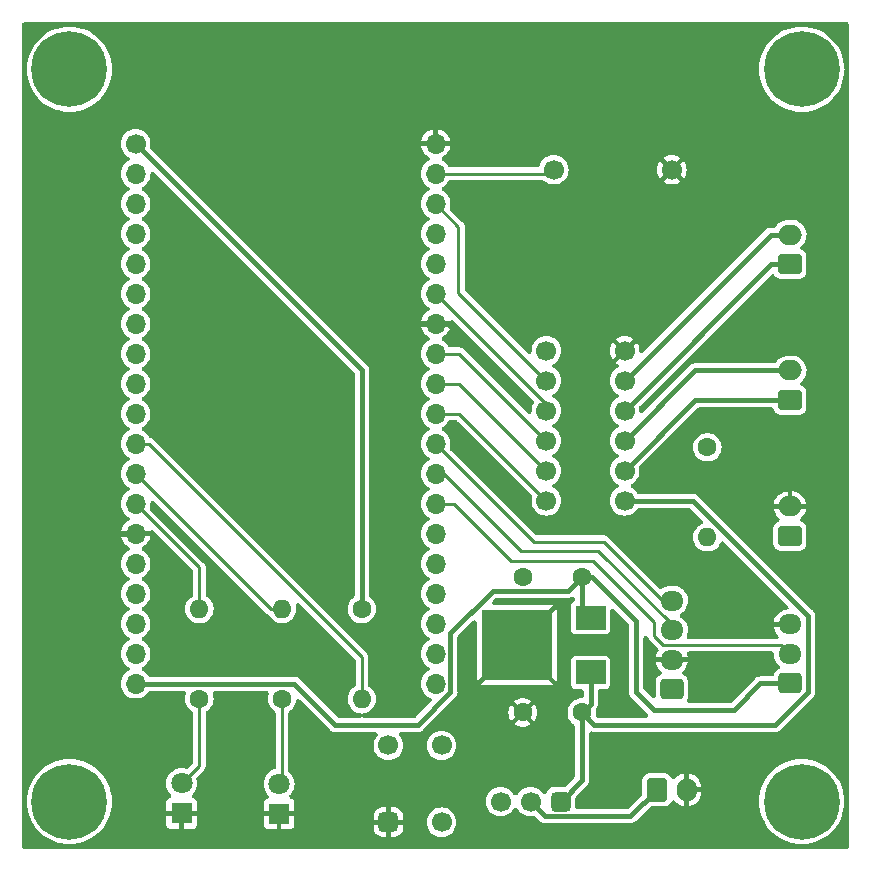
<source format=gtl>
G04 #@! TF.GenerationSoftware,KiCad,Pcbnew,7.0.8*
G04 #@! TF.CreationDate,2023-12-07T12:15:41+09:00*
G04 #@! TF.ProjectId,rat_board,7261745f-626f-4617-9264-2e6b69636164,rev?*
G04 #@! TF.SameCoordinates,PX632ea00PY8a48640*
G04 #@! TF.FileFunction,Copper,L1,Top*
G04 #@! TF.FilePolarity,Positive*
%FSLAX46Y46*%
G04 Gerber Fmt 4.6, Leading zero omitted, Abs format (unit mm)*
G04 Created by KiCad (PCBNEW 7.0.8) date 2023-12-07 12:15:41*
%MOMM*%
%LPD*%
G01*
G04 APERTURE LIST*
G04 Aperture macros list*
%AMRoundRect*
0 Rectangle with rounded corners*
0 $1 Rounding radius*
0 $2 $3 $4 $5 $6 $7 $8 $9 X,Y pos of 4 corners*
0 Add a 4 corners polygon primitive as box body*
4,1,4,$2,$3,$4,$5,$6,$7,$8,$9,$2,$3,0*
0 Add four circle primitives for the rounded corners*
1,1,$1+$1,$2,$3*
1,1,$1+$1,$4,$5*
1,1,$1+$1,$6,$7*
1,1,$1+$1,$8,$9*
0 Add four rect primitives between the rounded corners*
20,1,$1+$1,$2,$3,$4,$5,0*
20,1,$1+$1,$4,$5,$6,$7,0*
20,1,$1+$1,$6,$7,$8,$9,0*
20,1,$1+$1,$8,$9,$2,$3,0*%
G04 Aperture macros list end*
G04 #@! TA.AperFunction,ComponentPad*
%ADD10C,1.700000*%
G04 #@! TD*
G04 #@! TA.AperFunction,ComponentPad*
%ADD11C,1.600000*%
G04 #@! TD*
G04 #@! TA.AperFunction,ComponentPad*
%ADD12O,1.600000X1.600000*%
G04 #@! TD*
G04 #@! TA.AperFunction,ComponentPad*
%ADD13O,1.700000X1.700000*%
G04 #@! TD*
G04 #@! TA.AperFunction,ComponentPad*
%ADD14RoundRect,0.250000X0.725000X-0.600000X0.725000X0.600000X-0.725000X0.600000X-0.725000X-0.600000X0*%
G04 #@! TD*
G04 #@! TA.AperFunction,ComponentPad*
%ADD15O,1.950000X1.700000*%
G04 #@! TD*
G04 #@! TA.AperFunction,ComponentPad*
%ADD16C,6.400000*%
G04 #@! TD*
G04 #@! TA.AperFunction,ComponentPad*
%ADD17RoundRect,0.250000X0.750000X-0.600000X0.750000X0.600000X-0.750000X0.600000X-0.750000X-0.600000X0*%
G04 #@! TD*
G04 #@! TA.AperFunction,ComponentPad*
%ADD18O,2.000000X1.700000*%
G04 #@! TD*
G04 #@! TA.AperFunction,ComponentPad*
%ADD19RoundRect,0.425000X0.425000X-0.425000X0.425000X0.425000X-0.425000X0.425000X-0.425000X-0.425000X0*%
G04 #@! TD*
G04 #@! TA.AperFunction,ComponentPad*
%ADD20RoundRect,0.425000X0.425000X0.425000X-0.425000X0.425000X-0.425000X-0.425000X0.425000X-0.425000X0*%
G04 #@! TD*
G04 #@! TA.AperFunction,SMDPad,CuDef*
%ADD21R,2.500000X2.000000*%
G04 #@! TD*
G04 #@! TA.AperFunction,SMDPad,CuDef*
%ADD22R,6.000000X6.000000*%
G04 #@! TD*
G04 #@! TA.AperFunction,ComponentPad*
%ADD23R,1.800000X1.800000*%
G04 #@! TD*
G04 #@! TA.AperFunction,ComponentPad*
%ADD24C,1.800000*%
G04 #@! TD*
G04 #@! TA.AperFunction,ComponentPad*
%ADD25RoundRect,0.250000X-0.600000X-0.750000X0.600000X-0.750000X0.600000X0.750000X-0.600000X0.750000X0*%
G04 #@! TD*
G04 #@! TA.AperFunction,ComponentPad*
%ADD26O,1.700000X2.000000*%
G04 #@! TD*
G04 #@! TA.AperFunction,ViaPad*
%ADD27C,0.800000*%
G04 #@! TD*
G04 #@! TA.AperFunction,Conductor*
%ADD28C,0.250000*%
G04 #@! TD*
G04 #@! TA.AperFunction,Conductor*
%ADD29C,0.400000*%
G04 #@! TD*
G04 APERTURE END LIST*
D10*
X45000000Y57500000D03*
X55000000Y57500000D03*
D11*
X58000000Y34000000D03*
D12*
X58000000Y26380000D03*
D10*
X9600000Y59700000D03*
D13*
X9600000Y57160000D03*
X9600000Y54620000D03*
X9600000Y52080000D03*
X9600000Y49540000D03*
X9600000Y47000000D03*
X9600000Y44460000D03*
X9600000Y41920000D03*
X9600000Y39380000D03*
X9600000Y36840000D03*
X9600000Y34300000D03*
X9600000Y31760000D03*
X9600000Y29220000D03*
X9600000Y26680000D03*
X9600000Y24140000D03*
X9600000Y21600000D03*
X9600000Y19060000D03*
X9600000Y16520000D03*
X9600000Y13980000D03*
X35000000Y13980000D03*
X35000000Y16520000D03*
X35000000Y19060000D03*
X35000000Y21600000D03*
X35000000Y24140000D03*
X35000000Y26680000D03*
X35000000Y29220000D03*
X35000000Y31760000D03*
X35000000Y34300000D03*
X35000000Y36840000D03*
X35000000Y39380000D03*
X35000000Y41920000D03*
X35000000Y44460000D03*
X35000000Y47000000D03*
X35000000Y49540000D03*
X35000000Y52080000D03*
X35000000Y54620000D03*
X35000000Y57160000D03*
X35000000Y59700000D03*
D14*
X55000000Y13500000D03*
D15*
X55000000Y16000000D03*
X55000000Y18500000D03*
X55000000Y21000000D03*
D16*
X4000000Y66000000D03*
D11*
X47375000Y23050000D03*
X42375000Y23050000D03*
D16*
X4000000Y4000000D03*
D17*
X65000000Y26500000D03*
D18*
X65000000Y29000000D03*
D11*
X15000000Y12690000D03*
D12*
X15000000Y20310000D03*
D17*
X65000000Y49500000D03*
D18*
X65000000Y52000000D03*
D19*
X31000000Y2250000D03*
D10*
X31000000Y8750000D03*
X35500000Y2250000D03*
X35500000Y8750000D03*
X51000000Y29460000D03*
X51000000Y32000000D03*
X51000000Y34540000D03*
X51000000Y37080000D03*
X51000000Y39620000D03*
X51000000Y42160000D03*
X44380000Y42160000D03*
X44380000Y39620000D03*
X44380000Y37080000D03*
X44380000Y34540000D03*
X44380000Y32000000D03*
X44380000Y29460000D03*
D20*
X45580000Y4000000D03*
D10*
X43040000Y4000000D03*
X40500000Y4000000D03*
D14*
X65000000Y14000000D03*
D15*
X65000000Y16500000D03*
X65000000Y19000000D03*
D11*
X22000000Y12690000D03*
D12*
X22000000Y20310000D03*
D21*
X48125000Y14950000D03*
D22*
X41875000Y17250000D03*
D21*
X48125000Y19550000D03*
D23*
X21750000Y2960000D03*
D24*
X21750000Y5500000D03*
D11*
X28750000Y20310000D03*
D12*
X28750000Y12690000D03*
D16*
X66000000Y66000000D03*
X66000000Y4000000D03*
D17*
X65000000Y38000000D03*
D18*
X65000000Y40500000D03*
D25*
X53750000Y5000000D03*
D26*
X56250000Y5000000D03*
D23*
X13500000Y3000000D03*
D24*
X13500000Y5540000D03*
D11*
X42375000Y11550000D03*
X47375000Y11550000D03*
D27*
X26000000Y13000000D03*
X60000000Y1000000D03*
X32000000Y12000000D03*
X49000000Y31000000D03*
X58000000Y42000000D03*
X30000000Y69000000D03*
X1000000Y10000000D03*
X51000000Y12000000D03*
X20000000Y36000000D03*
X18000000Y57000000D03*
X63000000Y16000000D03*
X49000000Y9000000D03*
X10000000Y69000000D03*
X32000000Y18000000D03*
X37000000Y55500000D03*
X40000000Y1000000D03*
X40000000Y69000000D03*
X12000000Y15000000D03*
X62500000Y53000000D03*
X31000000Y57000000D03*
X69000000Y9000000D03*
X50000000Y69000000D03*
X69000000Y33000000D03*
X1000000Y40000000D03*
X38000000Y17000000D03*
X26000000Y46000000D03*
X12000000Y54000000D03*
X38500000Y48000000D03*
X60000000Y69000000D03*
X12000000Y36000000D03*
X69000000Y60000000D03*
X1000000Y30000000D03*
X69000000Y45000000D03*
X1000000Y20000000D03*
X53000000Y31000000D03*
X1000000Y50000000D03*
X12000000Y25000000D03*
X20000000Y69000000D03*
X50000000Y52000000D03*
X50000000Y1000000D03*
X26000000Y39000000D03*
X1000000Y60000000D03*
X26000000Y22000000D03*
D28*
X44660000Y57160000D02*
X45000000Y57500000D01*
X35000000Y57160000D02*
X44660000Y57160000D01*
X55000000Y21000000D02*
X54250000Y21000000D01*
X54250000Y21000000D02*
X49250000Y26000000D01*
X49250000Y26000000D02*
X43300000Y26000000D01*
X43300000Y26000000D02*
X35000000Y34300000D01*
X48750000Y25250000D02*
X55000000Y19000000D01*
X35000000Y31760000D02*
X35740000Y31760000D01*
X55000000Y19000000D02*
X55000000Y18500000D01*
X35740000Y31760000D02*
X42250000Y25250000D01*
X42250000Y25250000D02*
X48750000Y25250000D01*
D29*
X63420000Y49500000D02*
X51000000Y37080000D01*
X65000000Y49500000D02*
X63420000Y49500000D01*
X63380000Y52000000D02*
X51000000Y39620000D01*
X65000000Y52000000D02*
X63380000Y52000000D01*
X57000000Y38000000D02*
X51000000Y32000000D01*
X65000000Y38000000D02*
X57000000Y38000000D01*
X65000000Y40500000D02*
X56960000Y40500000D01*
X56960000Y40500000D02*
X51000000Y34540000D01*
D28*
X21050000Y20310000D02*
X9600000Y31760000D01*
X22000000Y20310000D02*
X21050000Y20310000D01*
X21610000Y19750000D02*
X22000000Y19750000D01*
X35000000Y36840000D02*
X37000000Y36840000D01*
X37000000Y36840000D02*
X44380000Y29460000D01*
X37000000Y39380000D02*
X44380000Y32000000D01*
X35000000Y39380000D02*
X37000000Y39380000D01*
X37000000Y41920000D02*
X44380000Y34540000D01*
X35000000Y41920000D02*
X37000000Y41920000D01*
X44380000Y37620000D02*
X44380000Y37080000D01*
X35000000Y47000000D02*
X44380000Y37620000D01*
X36935000Y47065000D02*
X44380000Y39620000D01*
X36935000Y52685000D02*
X36935000Y47065000D01*
X35000000Y54620000D02*
X36935000Y52685000D01*
X9600000Y29220000D02*
X15000000Y23820000D01*
X15000000Y23820000D02*
X15000000Y20310000D01*
X58120000Y26500000D02*
X58000000Y26380000D01*
D29*
X28750000Y40550000D02*
X28750000Y20310000D01*
X9600000Y59700000D02*
X28750000Y40550000D01*
X33540000Y44460000D02*
X33500000Y44500000D01*
X35000000Y44460000D02*
X33540000Y44460000D01*
X35000000Y44460000D02*
X36040000Y44460000D01*
X9600000Y26680000D02*
X7680000Y26680000D01*
X7680000Y26680000D02*
X7500000Y26500000D01*
D28*
X55000000Y16000000D02*
X56000000Y16000000D01*
D29*
X36040000Y44460000D02*
X36500000Y44000000D01*
X65000000Y19000000D02*
X63000000Y19000000D01*
X46175000Y21850000D02*
X39850000Y21850000D01*
X65000000Y14000000D02*
X62500000Y14000000D01*
X47375000Y20300000D02*
X48125000Y19550000D01*
X23020000Y13980000D02*
X9600000Y13980000D01*
X26500000Y10500000D02*
X23020000Y13980000D01*
X60250000Y11750000D02*
X53500000Y11750000D01*
X47375000Y23050000D02*
X47375000Y20300000D01*
X36250000Y18250000D02*
X36250000Y13250000D01*
X48200000Y23050000D02*
X47375000Y23050000D01*
X39850000Y21850000D02*
X36250000Y18250000D01*
X53500000Y11750000D02*
X52000000Y13250000D01*
X47375000Y23050000D02*
X46175000Y21850000D01*
X52000000Y13250000D02*
X52000000Y19250000D01*
X36250000Y13250000D02*
X33500000Y10500000D01*
X62500000Y14000000D02*
X60250000Y11750000D01*
X33500000Y10500000D02*
X26500000Y10500000D01*
X52000000Y19250000D02*
X48200000Y23050000D01*
D28*
X54283633Y17250000D02*
X64250000Y17250000D01*
X53500000Y19185229D02*
X53500000Y18033633D01*
X53500000Y18033633D02*
X54283633Y17250000D01*
X35000000Y29220000D02*
X36530000Y29220000D01*
X36530000Y29220000D02*
X41370561Y24379439D01*
X48305790Y24379439D02*
X53500000Y19185229D01*
X64250000Y17250000D02*
X65000000Y16500000D01*
X41370561Y24379439D02*
X48305790Y24379439D01*
D29*
X53750000Y5000000D02*
X51500000Y2750000D01*
X51500000Y2750000D02*
X44290000Y2750000D01*
X44290000Y2750000D02*
X43040000Y4000000D01*
D28*
X10700000Y34300000D02*
X9600000Y34300000D01*
X28750000Y12690000D02*
X28750000Y16250000D01*
X28750000Y16250000D02*
X10700000Y34300000D01*
D29*
X47375000Y5795000D02*
X45580000Y4000000D01*
X48425000Y10500000D02*
X63744240Y10500000D01*
X63744240Y10500000D02*
X66500000Y13255760D01*
X66500000Y19750000D02*
X56790000Y29460000D01*
X56790000Y29460000D02*
X51000000Y29460000D01*
X66500000Y13255760D02*
X66500000Y19750000D01*
X47375000Y11550000D02*
X47375000Y5795000D01*
X48125000Y14950000D02*
X48125000Y12300000D01*
X48125000Y12300000D02*
X47375000Y11550000D01*
X47375000Y11550000D02*
X48425000Y10500000D01*
D28*
X22000000Y12690000D02*
X22000000Y5750000D01*
X22000000Y5750000D02*
X21750000Y5500000D01*
X15000000Y12690000D02*
X15000000Y7040000D01*
X15000000Y7040000D02*
X13500000Y5540000D01*
G04 #@! TA.AperFunction,Conductor*
G36*
X63511527Y16704793D02*
G01*
X63580768Y16649574D01*
X63619195Y16569782D01*
X63623984Y16516572D01*
X63620710Y16443670D01*
X63650925Y16220613D01*
X63650926Y16220609D01*
X63650927Y16220606D01*
X63720485Y16006530D01*
X63827147Y15808321D01*
X63827149Y15808318D01*
X63967489Y15632337D01*
X63967491Y15632336D01*
X63967492Y15632334D01*
X64008742Y15596295D01*
X64075375Y15538079D01*
X64127431Y15466429D01*
X64143245Y15379289D01*
X64119683Y15293918D01*
X64061414Y15227223D01*
X64023476Y15205584D01*
X64014600Y15201744D01*
X63873136Y15118083D01*
X63756917Y15001864D01*
X63673256Y14860400D01*
X63639433Y14743980D01*
X63596419Y14666564D01*
X63524075Y14615477D01*
X63448335Y14600500D01*
X62545894Y14600500D01*
X62532900Y14601352D01*
X62500000Y14605683D01*
X62499998Y14605683D01*
X62467104Y14601352D01*
X62348084Y14585682D01*
X62344102Y14585158D01*
X62343237Y14585044D01*
X62197159Y14524537D01*
X62197152Y14524533D01*
X62071719Y14428285D01*
X62051515Y14401956D01*
X62042926Y14392163D01*
X60059551Y12408786D01*
X59984563Y12361667D01*
X59918837Y12350500D01*
X56504587Y12350500D01*
X56418244Y12370207D01*
X56349003Y12425426D01*
X56310576Y12505218D01*
X56310576Y12593782D01*
X56321952Y12628528D01*
X56326740Y12639596D01*
X56326744Y12639602D01*
X56372598Y12797431D01*
X56375500Y12834306D01*
X56375500Y14165694D01*
X56372598Y14202569D01*
X56326744Y14360398D01*
X56319785Y14372165D01*
X56243082Y14501864D01*
X56126863Y14618083D01*
X55985399Y14701744D01*
X55979274Y14704394D01*
X55907860Y14756772D01*
X55866243Y14834949D01*
X55862668Y14923440D01*
X55897841Y15004719D01*
X55941345Y15048026D01*
X55950749Y15054859D01*
X56106233Y15217482D01*
X56106245Y15217497D01*
X56230193Y15405272D01*
X56230194Y15405273D01*
X56318623Y15612164D01*
X56361495Y15800000D01*
X55436102Y15800000D01*
X55436519Y15800649D01*
X55475000Y15931705D01*
X55475000Y16068295D01*
X55436519Y16199351D01*
X55436102Y16200000D01*
X56359323Y16200000D01*
X56348584Y16279274D01*
X56348581Y16279287D01*
X56288563Y16464006D01*
X56280624Y16552213D01*
X56311743Y16635129D01*
X56375756Y16696331D01*
X56459985Y16723699D01*
X56477823Y16724500D01*
X63425184Y16724500D01*
X63511527Y16704793D01*
G37*
G04 #@! TD.AperFunction*
G04 #@! TA.AperFunction,Conductor*
G36*
X52923574Y17985666D02*
G01*
X52978793Y17916425D01*
X52984207Y17902084D01*
X52993310Y17881125D01*
X53004121Y17848976D01*
X53006542Y17839042D01*
X53006545Y17839035D01*
X53026233Y17804019D01*
X53030768Y17794889D01*
X53037801Y17778698D01*
X53046781Y17758024D01*
X53052902Y17750500D01*
X53053233Y17750094D01*
X53072329Y17722036D01*
X53077342Y17713121D01*
X53105765Y17684698D01*
X53112579Y17677148D01*
X53137946Y17645968D01*
X53146301Y17640071D01*
X53172256Y17618207D01*
X53824343Y16966120D01*
X53871462Y16891132D01*
X53881378Y16803125D01*
X53852127Y16719532D01*
X53849710Y16715778D01*
X53769803Y16594724D01*
X53681376Y16387837D01*
X53638504Y16200001D01*
X53638505Y16200000D01*
X54563898Y16200000D01*
X54563481Y16199351D01*
X54525000Y16068295D01*
X54525000Y15931705D01*
X54563481Y15800649D01*
X54563898Y15800000D01*
X53640676Y15800000D01*
X53651415Y15720727D01*
X53651418Y15720714D01*
X53720942Y15506737D01*
X53827569Y15308593D01*
X53967851Y15132684D01*
X54075883Y15038300D01*
X54127940Y14966651D01*
X54143754Y14879511D01*
X54120193Y14794139D01*
X54061924Y14727444D01*
X54023983Y14705803D01*
X54014599Y14701743D01*
X53873136Y14618083D01*
X53756917Y14501864D01*
X53673256Y14360400D01*
X53627402Y14202570D01*
X53624500Y14165692D01*
X53624500Y12955163D01*
X53604793Y12868820D01*
X53549574Y12799579D01*
X53469782Y12761152D01*
X53381218Y12761152D01*
X53301426Y12799579D01*
X53284786Y12814449D01*
X52658786Y13440449D01*
X52611667Y13515437D01*
X52600500Y13581163D01*
X52600500Y17830082D01*
X52620207Y17916425D01*
X52675426Y17985666D01*
X52755218Y18024093D01*
X52843782Y18024093D01*
X52923574Y17985666D01*
G37*
G04 #@! TD.AperFunction*
G04 #@! TA.AperFunction,Conductor*
G36*
X36513905Y44732876D02*
G01*
X36556196Y44700634D01*
X43280376Y37976455D01*
X43327495Y37901467D01*
X43337411Y37813460D01*
X43308160Y37729867D01*
X43302676Y37721603D01*
X43292897Y37707638D01*
X43292896Y37707637D01*
X43200426Y37509335D01*
X43200424Y37509329D01*
X43143793Y37297980D01*
X43143792Y37297973D01*
X43124723Y37080000D01*
X43128993Y37031189D01*
X43116885Y36943457D01*
X43067911Y36869667D01*
X42991771Y36824433D01*
X42903544Y36816715D01*
X42820706Y36848042D01*
X42790036Y36873133D01*
X40107018Y39556151D01*
X37377940Y42285229D01*
X37334755Y42331469D01*
X37334754Y42331470D01*
X37326234Y42336651D01*
X37300407Y42352357D01*
X37291994Y42358083D01*
X37259976Y42382364D01*
X37250451Y42386120D01*
X37220071Y42401210D01*
X37211328Y42406526D01*
X37172644Y42417365D01*
X37162984Y42420614D01*
X37125591Y42435359D01*
X37125588Y42435360D01*
X37115407Y42436406D01*
X37082079Y42442740D01*
X37072228Y42445500D01*
X37072227Y42445500D01*
X37032045Y42445500D01*
X37021864Y42446022D01*
X36981892Y42450131D01*
X36981889Y42450131D01*
X36971809Y42448393D01*
X36938000Y42445500D01*
X36260964Y42445500D01*
X36174621Y42465207D01*
X36105380Y42520426D01*
X36088625Y42545000D01*
X36087103Y42547636D01*
X36060974Y42584952D01*
X35961598Y42726877D01*
X35806877Y42881598D01*
X35806876Y42881599D01*
X35806875Y42881600D01*
X35627642Y43007100D01*
X35627641Y43007101D01*
X35627639Y43007102D01*
X35621586Y43009925D01*
X35551664Y43064277D01*
X35512249Y43143586D01*
X35511148Y43232143D01*
X35548579Y43312407D01*
X35617128Y43368482D01*
X35621608Y43370639D01*
X35627393Y43373337D01*
X35806555Y43498788D01*
X35961212Y43653445D01*
X36086665Y43832609D01*
X36086667Y43832612D01*
X36179104Y44030847D01*
X36179105Y44030849D01*
X36235710Y44242106D01*
X36235712Y44242117D01*
X36237277Y44260000D01*
X35462383Y44260000D01*
X35500000Y44388111D01*
X35500000Y44531889D01*
X35462383Y44660000D01*
X36237276Y44660000D01*
X36268763Y44694362D01*
X36341625Y44744707D01*
X36429116Y44758452D01*
X36513905Y44732876D01*
G37*
G04 #@! TD.AperFunction*
G04 #@! TA.AperFunction,Conductor*
G36*
X3999612Y69981236D02*
G01*
X4003570Y69984066D01*
X4080411Y69999500D01*
X65919589Y69999500D01*
X65999612Y69981236D01*
X66003570Y69984066D01*
X66080411Y69999500D01*
X69800500Y69999500D01*
X69886843Y69979793D01*
X69956084Y69924574D01*
X69994511Y69844782D01*
X69999500Y69800500D01*
X69999500Y66080412D01*
X69981235Y66000389D01*
X69984066Y65996430D01*
X69999500Y65919589D01*
X69999500Y4080412D01*
X69981235Y4000389D01*
X69984066Y3996430D01*
X69999500Y3919589D01*
X69999500Y199500D01*
X69979793Y113157D01*
X69924574Y43916D01*
X69844782Y5489D01*
X69800500Y500D01*
X66080411Y500D01*
X66000387Y18765D01*
X65996430Y15934D01*
X65919589Y500D01*
X4080411Y500D01*
X4000387Y18765D01*
X3996430Y15934D01*
X3919589Y500D01*
X199500Y500D01*
X113157Y20207D01*
X43916Y75426D01*
X5489Y155218D01*
X500Y199500D01*
X500Y3919589D01*
X18764Y3999613D01*
X15934Y4003571D01*
X15920Y4003643D01*
X379379Y4003643D01*
X398227Y3930004D01*
X414308Y3623145D01*
X414309Y3623131D01*
X473345Y3250395D01*
X473349Y3250378D01*
X571019Y2885864D01*
X571023Y2885853D01*
X706260Y2533548D01*
X706270Y2533527D01*
X850734Y2249999D01*
X877597Y2197279D01*
X1083137Y1880775D01*
X1320635Y1587489D01*
X1587489Y1320635D01*
X1880775Y1083137D01*
X2197279Y877597D01*
X2533535Y706266D01*
X2533542Y706264D01*
X2533547Y706261D01*
X2885852Y571024D01*
X2885863Y571020D01*
X3086475Y517267D01*
X3250387Y473347D01*
X3623129Y414310D01*
X3623132Y414310D01*
X3623144Y414309D01*
X3930004Y398227D01*
X3996358Y379380D01*
X4069996Y398227D01*
X4376855Y414309D01*
X4376863Y414310D01*
X4376871Y414310D01*
X4749613Y473347D01*
X5114143Y571022D01*
X5466465Y706266D01*
X5802721Y877597D01*
X6119225Y1083137D01*
X6412511Y1320635D01*
X6679365Y1587489D01*
X6916863Y1880775D01*
X7122403Y2197279D01*
X7293734Y2533535D01*
X7428978Y2885857D01*
X7526653Y3250387D01*
X7585690Y3623129D01*
X7587032Y3648741D01*
X7605441Y3999995D01*
X7605441Y4000006D01*
X7585691Y4376856D01*
X7585690Y4376870D01*
X7572594Y4459552D01*
X7526653Y4749613D01*
X7469851Y4961602D01*
X7428980Y5114137D01*
X7428976Y5114148D01*
X7293739Y5466453D01*
X7293736Y5466458D01*
X7293734Y5466465D01*
X7206211Y5638238D01*
X7122404Y5802719D01*
X7122400Y5802726D01*
X6916861Y6119228D01*
X6679364Y6412512D01*
X6412511Y6679365D01*
X6213963Y6840146D01*
X6119225Y6916863D01*
X5802721Y7122403D01*
X5802718Y7122405D01*
X5466473Y7293730D01*
X5466452Y7293740D01*
X5114147Y7428977D01*
X5114136Y7428981D01*
X4749622Y7526651D01*
X4749605Y7526655D01*
X4376869Y7585691D01*
X4376855Y7585692D01*
X4000005Y7605441D01*
X3999995Y7605441D01*
X3623144Y7585692D01*
X3623130Y7585691D01*
X3250394Y7526655D01*
X3250377Y7526651D01*
X2885863Y7428981D01*
X2885852Y7428977D01*
X2533547Y7293740D01*
X2533526Y7293730D01*
X2197281Y7122405D01*
X2197274Y7122401D01*
X1880772Y6916862D01*
X1587488Y6679365D01*
X1320635Y6412512D01*
X1083138Y6119228D01*
X877599Y5802726D01*
X877595Y5802719D01*
X706270Y5466474D01*
X706260Y5466453D01*
X571023Y5114148D01*
X571019Y5114137D01*
X473349Y4749623D01*
X473345Y4749606D01*
X414309Y4376870D01*
X414308Y4376856D01*
X398227Y4069997D01*
X379379Y4003643D01*
X15920Y4003643D01*
X500Y4080412D01*
X500Y13980000D01*
X8344723Y13980000D01*
X8363792Y13762028D01*
X8363793Y13762021D01*
X8420424Y13550672D01*
X8420427Y13550665D01*
X8512897Y13352362D01*
X8512899Y13352358D01*
X8638403Y13173121D01*
X8793120Y13018404D01*
X8972357Y12892900D01*
X8972361Y12892898D01*
X9170670Y12800425D01*
X9382023Y12743793D01*
X9600000Y12724723D01*
X9817977Y12743793D01*
X10029330Y12800425D01*
X10227639Y12892898D01*
X10406877Y13018402D01*
X10561598Y13173123D01*
X10646687Y13294642D01*
X10712354Y13354066D01*
X10797302Y13379114D01*
X10809698Y13379500D01*
X13684514Y13379500D01*
X13770857Y13359793D01*
X13840098Y13304574D01*
X13878525Y13224782D01*
X13878525Y13136218D01*
X13875917Y13126041D01*
X13814885Y12911540D01*
X13814885Y12911536D01*
X13794357Y12690002D01*
X13794357Y12689999D01*
X13799987Y12629246D01*
X13809197Y12529843D01*
X13814885Y12468465D01*
X13814885Y12468461D01*
X13862817Y12300000D01*
X13875771Y12254472D01*
X13974141Y12056918D01*
X13974941Y12055313D01*
X13974945Y12055306D01*
X14109015Y11877769D01*
X14109019Y11877764D01*
X14273438Y11727876D01*
X14380260Y11661735D01*
X14443295Y11599527D01*
X14473097Y11516128D01*
X14474500Y11492542D01*
X14474500Y7340098D01*
X14454793Y7253755D01*
X14416214Y7199384D01*
X14056975Y6840146D01*
X13981986Y6793027D01*
X13893980Y6783111D01*
X13864756Y6788641D01*
X13861434Y6789531D01*
X13802270Y6805384D01*
X13726700Y6825633D01*
X13726692Y6825635D01*
X13500000Y6845468D01*
X13273307Y6825635D01*
X13273295Y6825633D01*
X13053509Y6766742D01*
X12847266Y6670568D01*
X12660858Y6540045D01*
X12499955Y6379142D01*
X12369432Y6192734D01*
X12273258Y5986491D01*
X12214367Y5766705D01*
X12214365Y5766693D01*
X12194532Y5540000D01*
X12214365Y5313308D01*
X12214367Y5313296D01*
X12273258Y5093510D01*
X12273261Y5093504D01*
X12369432Y4887266D01*
X12499953Y4700861D01*
X12499954Y4700860D01*
X12499955Y4700859D01*
X12579211Y4621603D01*
X12626330Y4546615D01*
X12636246Y4458608D01*
X12606995Y4375015D01*
X12544371Y4312391D01*
X12489203Y4291684D01*
X12489749Y4290006D01*
X12474852Y4285166D01*
X12361954Y4227642D01*
X12272358Y4138046D01*
X12214835Y4025151D01*
X12214834Y4025149D01*
X12200000Y3931481D01*
X12200000Y3200000D01*
X13095855Y3200000D01*
X13076375Y3166260D01*
X13046190Y3034008D01*
X13056327Y2898735D01*
X13095078Y2800000D01*
X12200001Y2800000D01*
X12200001Y2068524D01*
X12214835Y1974851D01*
X12272358Y1861955D01*
X12361954Y1772359D01*
X12474849Y1714836D01*
X12474851Y1714835D01*
X12568518Y1700001D01*
X13299999Y1700001D01*
X13300000Y1700002D01*
X13300000Y2591721D01*
X13302547Y2589984D01*
X13432173Y2550000D01*
X13533724Y2550000D01*
X13634138Y2565135D01*
X13700000Y2596853D01*
X13700000Y1700001D01*
X14431477Y1700001D01*
X14525149Y1714836D01*
X14638045Y1772359D01*
X14727641Y1861955D01*
X14785164Y1974850D01*
X14785165Y1974852D01*
X14800000Y2068520D01*
X14800000Y2800000D01*
X13904145Y2800000D01*
X13923625Y2833740D01*
X13953810Y2965992D01*
X13943673Y3101265D01*
X13904922Y3200000D01*
X14799999Y3200000D01*
X14799999Y3931477D01*
X14785164Y4025150D01*
X14727641Y4138046D01*
X14638045Y4227642D01*
X14525150Y4285165D01*
X14510255Y4290004D01*
X14510945Y4292130D01*
X14448171Y4317312D01*
X14388421Y4382683D01*
X14362952Y4467505D01*
X14376807Y4554978D01*
X14420786Y4621601D01*
X14500047Y4700861D01*
X14630568Y4887266D01*
X14726739Y5093504D01*
X14732270Y5114143D01*
X14785632Y5313296D01*
X14785632Y5313299D01*
X14785635Y5313308D01*
X14805468Y5540000D01*
X14785635Y5766692D01*
X14748639Y5904761D01*
X14745328Y5993259D01*
X14780744Y6074433D01*
X14800139Y6096971D01*
X15365228Y6662060D01*
X15411469Y6705245D01*
X15432359Y6739599D01*
X15438070Y6747991D01*
X15462364Y6780025D01*
X15466114Y6789537D01*
X15481208Y6819928D01*
X15486526Y6828672D01*
X15497365Y6867363D01*
X15500610Y6877013D01*
X15515359Y6914411D01*
X15516404Y6924582D01*
X15522742Y6957931D01*
X15525500Y6967772D01*
X15525500Y7007954D01*
X15526022Y7018135D01*
X15527132Y7028938D01*
X15530131Y7058109D01*
X15528393Y7068192D01*
X15525500Y7101999D01*
X15525500Y11492542D01*
X15545207Y11578885D01*
X15600426Y11648126D01*
X15619735Y11661733D01*
X15726562Y11727876D01*
X15890981Y11877764D01*
X16025058Y12055311D01*
X16124229Y12254472D01*
X16185115Y12468464D01*
X16205643Y12690000D01*
X16185115Y12911536D01*
X16160475Y12998135D01*
X16124083Y13126041D01*
X16119409Y13214481D01*
X16153570Y13296190D01*
X16219801Y13354986D01*
X16304983Y13379223D01*
X16315486Y13379500D01*
X20684514Y13379500D01*
X20770857Y13359793D01*
X20840098Y13304574D01*
X20878525Y13224782D01*
X20878525Y13136218D01*
X20875917Y13126041D01*
X20814885Y12911540D01*
X20814885Y12911536D01*
X20794357Y12690002D01*
X20794357Y12689999D01*
X20799987Y12629246D01*
X20809197Y12529843D01*
X20814885Y12468465D01*
X20814885Y12468461D01*
X20862817Y12300000D01*
X20875771Y12254472D01*
X20974141Y12056918D01*
X20974941Y12055313D01*
X20974945Y12055306D01*
X21109015Y11877769D01*
X21109019Y11877764D01*
X21273438Y11727876D01*
X21380260Y11661735D01*
X21443295Y11599527D01*
X21473097Y11516128D01*
X21474500Y11492542D01*
X21474500Y6925256D01*
X21454793Y6838913D01*
X21399574Y6769672D01*
X21327011Y6733038D01*
X21303502Y6726739D01*
X21097266Y6630568D01*
X20910858Y6500045D01*
X20749955Y6339142D01*
X20619432Y6152734D01*
X20523258Y5946491D01*
X20464367Y5726705D01*
X20464365Y5726693D01*
X20444532Y5500000D01*
X20464365Y5273308D01*
X20464367Y5273296D01*
X20523258Y5053510D01*
X20523261Y5053504D01*
X20619432Y4847266D01*
X20749953Y4660861D01*
X20749954Y4660860D01*
X20749955Y4660859D01*
X20829211Y4581603D01*
X20876330Y4506615D01*
X20886246Y4418608D01*
X20856995Y4335015D01*
X20794371Y4272391D01*
X20739203Y4251684D01*
X20739749Y4250006D01*
X20724852Y4245166D01*
X20611954Y4187642D01*
X20522358Y4098046D01*
X20464835Y3985151D01*
X20464834Y3985149D01*
X20450000Y3891481D01*
X20450000Y3160000D01*
X21345855Y3160000D01*
X21326375Y3126260D01*
X21296190Y2994008D01*
X21306327Y2858735D01*
X21345078Y2760000D01*
X20450001Y2760000D01*
X20450001Y2028524D01*
X20464835Y1934851D01*
X20522358Y1821955D01*
X20611954Y1732359D01*
X20724849Y1674836D01*
X20724851Y1674835D01*
X20818518Y1660001D01*
X21549999Y1660001D01*
X21550000Y1660002D01*
X21550000Y2551721D01*
X21552547Y2549984D01*
X21682173Y2510000D01*
X21783724Y2510000D01*
X21884138Y2525135D01*
X21950000Y2556853D01*
X21950000Y1660001D01*
X22681477Y1660001D01*
X22775149Y1674836D01*
X22888045Y1732359D01*
X22908941Y1753255D01*
X29750000Y1753255D01*
X29752731Y1712971D01*
X29752732Y1712967D01*
X29796040Y1538825D01*
X29875768Y1378066D01*
X29875774Y1378056D01*
X29988195Y1238198D01*
X29988197Y1238196D01*
X30128055Y1125775D01*
X30128065Y1125769D01*
X30288824Y1046041D01*
X30462966Y1002733D01*
X30462970Y1002732D01*
X30503255Y1000000D01*
X30800000Y1000000D01*
X30800000Y1791665D01*
X30857685Y1765320D01*
X30964237Y1750000D01*
X31035763Y1750000D01*
X31142315Y1765320D01*
X31200000Y1791665D01*
X31200000Y1000000D01*
X31496745Y1000000D01*
X31537029Y1002732D01*
X31537033Y1002733D01*
X31711175Y1046041D01*
X31871934Y1125769D01*
X31871944Y1125775D01*
X32011802Y1238196D01*
X32011804Y1238198D01*
X32124225Y1378056D01*
X32124231Y1378066D01*
X32203959Y1538825D01*
X32247267Y1712967D01*
X32247268Y1712971D01*
X32250000Y1753255D01*
X32250000Y2050000D01*
X31462383Y2050000D01*
X31500000Y2178111D01*
X31500000Y2250000D01*
X34244723Y2250000D01*
X34263792Y2032028D01*
X34263793Y2032021D01*
X34320424Y1820672D01*
X34320427Y1820665D01*
X34412897Y1622362D01*
X34412899Y1622358D01*
X34538403Y1443121D01*
X34693120Y1288404D01*
X34872357Y1162900D01*
X34872361Y1162898D01*
X35070670Y1070425D01*
X35282023Y1013793D01*
X35500000Y994723D01*
X35717977Y1013793D01*
X35929330Y1070425D01*
X36127639Y1162898D01*
X36306877Y1288402D01*
X36461598Y1443123D01*
X36587102Y1622361D01*
X36679575Y1820670D01*
X36736207Y2032023D01*
X36755277Y2250000D01*
X36736207Y2467977D01*
X36679575Y2679330D01*
X36661419Y2718265D01*
X36587103Y2877636D01*
X36581349Y2885853D01*
X36461598Y3056877D01*
X36306877Y3211598D01*
X36306876Y3211599D01*
X36306875Y3211600D01*
X36127642Y3337101D01*
X36127638Y3337103D01*
X35929335Y3429573D01*
X35929328Y3429576D01*
X35717979Y3486207D01*
X35717972Y3486208D01*
X35500000Y3505277D01*
X35282027Y3486208D01*
X35282020Y3486207D01*
X35070671Y3429576D01*
X35070665Y3429574D01*
X34872364Y3337104D01*
X34693127Y3211602D01*
X34693119Y3211595D01*
X34538405Y3056881D01*
X34538398Y3056873D01*
X34412896Y2877636D01*
X34320426Y2679335D01*
X34320424Y2679329D01*
X34263793Y2467980D01*
X34263792Y2467973D01*
X34244723Y2250000D01*
X31500000Y2250000D01*
X31500000Y2321889D01*
X31462383Y2450000D01*
X32250000Y2450000D01*
X32250000Y2746745D01*
X32247268Y2787030D01*
X32247267Y2787034D01*
X32203959Y2961176D01*
X32124231Y3121935D01*
X32124225Y3121945D01*
X32011804Y3261803D01*
X32011802Y3261805D01*
X31871944Y3374226D01*
X31871934Y3374232D01*
X31711175Y3453960D01*
X31537033Y3497268D01*
X31537029Y3497269D01*
X31496745Y3500000D01*
X31200000Y3500000D01*
X31200000Y2708336D01*
X31142315Y2734680D01*
X31035763Y2750000D01*
X30964237Y2750000D01*
X30857685Y2734680D01*
X30800000Y2708336D01*
X30800000Y3500000D01*
X30503255Y3500000D01*
X30462970Y3497269D01*
X30462966Y3497268D01*
X30288824Y3453960D01*
X30128065Y3374232D01*
X30128055Y3374226D01*
X29988197Y3261805D01*
X29988195Y3261803D01*
X29875774Y3121945D01*
X29875768Y3121935D01*
X29796040Y2961176D01*
X29752732Y2787034D01*
X29752731Y2787030D01*
X29750000Y2746745D01*
X29750000Y2450000D01*
X30537617Y2450000D01*
X30500000Y2321889D01*
X30500000Y2178111D01*
X30537617Y2050000D01*
X29750000Y2050000D01*
X29750000Y1753255D01*
X22908941Y1753255D01*
X22977641Y1821955D01*
X23035164Y1934850D01*
X23035165Y1934852D01*
X23050000Y2028520D01*
X23050000Y2760000D01*
X22154145Y2760000D01*
X22173625Y2793740D01*
X22203810Y2925992D01*
X22193673Y3061265D01*
X22154922Y3160000D01*
X23049999Y3160000D01*
X23049999Y3891477D01*
X23035164Y3985150D01*
X22977641Y4098046D01*
X22888045Y4187642D01*
X22775150Y4245165D01*
X22760255Y4250004D01*
X22760945Y4252130D01*
X22698171Y4277312D01*
X22638421Y4342683D01*
X22612952Y4427505D01*
X22626807Y4514978D01*
X22670786Y4581601D01*
X22750047Y4660861D01*
X22880568Y4847266D01*
X22976739Y5053504D01*
X22981666Y5071889D01*
X23035632Y5273296D01*
X23035632Y5273299D01*
X23035635Y5273308D01*
X23055468Y5500000D01*
X23035635Y5726692D01*
X23035632Y5726705D01*
X22976741Y5946491D01*
X22963098Y5975749D01*
X22880568Y6152734D01*
X22750047Y6339139D01*
X22589139Y6500047D01*
X22589138Y6500048D01*
X22583785Y6505401D01*
X22536667Y6580390D01*
X22525500Y6646115D01*
X22525500Y11492542D01*
X22545207Y11578885D01*
X22600426Y11648126D01*
X22619735Y11661733D01*
X22726562Y11727876D01*
X22890981Y11877764D01*
X23025058Y12055311D01*
X23124229Y12254472D01*
X23185115Y12468464D01*
X23188165Y12501382D01*
X23215754Y12585538D01*
X23277126Y12649389D01*
X23360123Y12680290D01*
X23448309Y12672119D01*
X23524216Y12626494D01*
X23527030Y12623735D01*
X26042939Y10107826D01*
X26051514Y10098048D01*
X26071718Y10071718D01*
X26158306Y10005277D01*
X26197159Y9975464D01*
X26343238Y9914956D01*
X26500000Y9894318D01*
X26521384Y9897134D01*
X26532893Y9898648D01*
X26545893Y9899500D01*
X29900597Y9899500D01*
X29986940Y9879793D01*
X30056181Y9824574D01*
X30094608Y9744782D01*
X30094608Y9656218D01*
X30056181Y9576426D01*
X30041311Y9559786D01*
X30038405Y9556881D01*
X30038398Y9556873D01*
X29912896Y9377636D01*
X29820426Y9179335D01*
X29820424Y9179329D01*
X29763793Y8967980D01*
X29763792Y8967973D01*
X29744723Y8750000D01*
X29763792Y8532028D01*
X29763793Y8532021D01*
X29820424Y8320672D01*
X29820427Y8320665D01*
X29912897Y8122362D01*
X29912899Y8122358D01*
X30038403Y7943121D01*
X30193120Y7788404D01*
X30372357Y7662900D01*
X30372361Y7662898D01*
X30570670Y7570425D01*
X30782023Y7513793D01*
X31000000Y7494723D01*
X31217977Y7513793D01*
X31429330Y7570425D01*
X31627639Y7662898D01*
X31806877Y7788402D01*
X31961598Y7943123D01*
X32087102Y8122361D01*
X32179575Y8320670D01*
X32236207Y8532023D01*
X32255277Y8750000D01*
X34244723Y8750000D01*
X34263792Y8532028D01*
X34263793Y8532021D01*
X34320424Y8320672D01*
X34320427Y8320665D01*
X34412897Y8122362D01*
X34412899Y8122358D01*
X34538403Y7943121D01*
X34693120Y7788404D01*
X34872357Y7662900D01*
X34872361Y7662898D01*
X35070670Y7570425D01*
X35282023Y7513793D01*
X35500000Y7494723D01*
X35717977Y7513793D01*
X35929330Y7570425D01*
X36127639Y7662898D01*
X36306877Y7788402D01*
X36461598Y7943123D01*
X36587102Y8122361D01*
X36679575Y8320670D01*
X36736207Y8532023D01*
X36755277Y8750000D01*
X36736207Y8967977D01*
X36679575Y9179330D01*
X36587102Y9377638D01*
X36461598Y9556877D01*
X36306877Y9711598D01*
X36306876Y9711599D01*
X36306875Y9711600D01*
X36127642Y9837101D01*
X36127638Y9837103D01*
X35929335Y9929573D01*
X35929328Y9929576D01*
X35717979Y9986207D01*
X35717972Y9986208D01*
X35500000Y10005277D01*
X35282027Y9986208D01*
X35282020Y9986207D01*
X35070671Y9929576D01*
X35070665Y9929574D01*
X34872364Y9837104D01*
X34693127Y9711602D01*
X34693119Y9711595D01*
X34538405Y9556881D01*
X34538398Y9556873D01*
X34412896Y9377636D01*
X34320426Y9179335D01*
X34320424Y9179329D01*
X34263793Y8967980D01*
X34263792Y8967973D01*
X34244723Y8750000D01*
X32255277Y8750000D01*
X32236207Y8967977D01*
X32179575Y9179330D01*
X32087102Y9377638D01*
X31961598Y9556877D01*
X31958689Y9559786D01*
X31957296Y9562003D01*
X31956017Y9563527D01*
X31956227Y9563704D01*
X31911570Y9634774D01*
X31901654Y9722781D01*
X31930905Y9806374D01*
X31993529Y9868998D01*
X32077122Y9898249D01*
X32099403Y9899500D01*
X33454107Y9899500D01*
X33467107Y9898648D01*
X33479873Y9896968D01*
X33500000Y9894318D01*
X33656762Y9914956D01*
X33802841Y9975464D01*
X33841694Y10005277D01*
X33928282Y10071718D01*
X33948486Y10098050D01*
X33957060Y10107827D01*
X35399233Y11550000D01*
X41169859Y11550000D01*
X41190378Y11328561D01*
X41190379Y11328558D01*
X41251240Y11114649D01*
X41350365Y10915579D01*
X41350368Y10915574D01*
X41396560Y10854405D01*
X41986714Y11444558D01*
X41989835Y11424852D01*
X42047359Y11311955D01*
X42136955Y11222359D01*
X42249852Y11164835D01*
X42269556Y11161715D01*
X41678001Y10570160D01*
X41837817Y10471205D01*
X42045195Y10390865D01*
X42263807Y10350000D01*
X42486192Y10350000D01*
X42704804Y10390865D01*
X42912180Y10471204D01*
X43071998Y10570159D01*
X43071998Y10570160D01*
X42480443Y11161715D01*
X42500148Y11164835D01*
X42613045Y11222359D01*
X42702641Y11311955D01*
X42760165Y11424852D01*
X42763285Y11444557D01*
X43353437Y10854405D01*
X43399633Y10915578D01*
X43498759Y11114649D01*
X43559620Y11328558D01*
X43559621Y11328561D01*
X43580141Y11550000D01*
X43580141Y11550001D01*
X43559621Y11771440D01*
X43559620Y11771443D01*
X43498761Y11985347D01*
X43399632Y12184424D01*
X43353437Y12245597D01*
X42763285Y11655445D01*
X42760165Y11675148D01*
X42702641Y11788045D01*
X42613045Y11877641D01*
X42500148Y11935165D01*
X42480443Y11938286D01*
X43071998Y12529842D01*
X43071997Y12529843D01*
X42912184Y12628795D01*
X42912185Y12628795D01*
X42704804Y12709136D01*
X42486193Y12750000D01*
X42263807Y12750000D01*
X42045195Y12709136D01*
X41837819Y12628797D01*
X41678001Y12529842D01*
X42269557Y11938286D01*
X42249852Y11935165D01*
X42136955Y11877641D01*
X42047359Y11788045D01*
X41989835Y11675148D01*
X41986714Y11655443D01*
X41396561Y12245596D01*
X41350365Y12184422D01*
X41251240Y11985352D01*
X41190379Y11771443D01*
X41190378Y11771440D01*
X41169859Y11550001D01*
X41169859Y11550000D01*
X35399233Y11550000D01*
X36642173Y12792940D01*
X36651950Y12801514D01*
X36678282Y12821718D01*
X36774536Y12947159D01*
X36835044Y13093238D01*
X36850500Y13210639D01*
X36855682Y13250000D01*
X36851352Y13282894D01*
X36850500Y13295894D01*
X36850500Y13861716D01*
X38769556Y13861716D01*
X38843520Y13850001D01*
X44906480Y13850001D01*
X44980441Y13861715D01*
X44980442Y13861716D01*
X41875001Y16967157D01*
X41875000Y16967157D01*
X38769556Y13861716D01*
X36850500Y13861716D01*
X36850500Y17918838D01*
X36870207Y18005181D01*
X36908783Y18059549D01*
X38135288Y19286054D01*
X38210274Y19333171D01*
X38298281Y19343087D01*
X38381874Y19313836D01*
X38444498Y19251212D01*
X38473749Y19167619D01*
X38475000Y19145338D01*
X38475000Y14218525D01*
X38486714Y14144559D01*
X38486715Y14144559D01*
X41592156Y17249999D01*
X42157843Y17249999D01*
X45263284Y14144558D01*
X45274999Y14218517D01*
X45274999Y20281481D01*
X45263285Y20355443D01*
X42157843Y17250001D01*
X42157843Y17249999D01*
X41592156Y17249999D01*
X41875000Y17532843D01*
X44980442Y20638286D01*
X44980441Y20638287D01*
X44906481Y20650000D01*
X39979663Y20650000D01*
X39893320Y20669707D01*
X39824079Y20724926D01*
X39785652Y20804718D01*
X39785652Y20893282D01*
X39824079Y20973074D01*
X39838949Y20989714D01*
X40040449Y21191214D01*
X40115437Y21238333D01*
X40181163Y21249500D01*
X46129107Y21249500D01*
X46142107Y21248648D01*
X46154873Y21246968D01*
X46175000Y21244318D01*
X46331762Y21264956D01*
X46477841Y21325464D01*
X46477840Y21325464D01*
X46489891Y21330455D01*
X46490540Y21328887D01*
X46560626Y21350505D01*
X46648201Y21337307D01*
X46721376Y21287418D01*
X46765658Y21210721D01*
X46774500Y21152062D01*
X46774500Y21070232D01*
X46754793Y20983889D01*
X46699574Y20914648D01*
X46665846Y20892923D01*
X46636658Y20878051D01*
X46636656Y20878050D01*
X46546949Y20788343D01*
X46489355Y20675308D01*
X46489353Y20675301D01*
X46474500Y20581519D01*
X46474500Y18518482D01*
X46487323Y18437520D01*
X46489353Y18424700D01*
X46489354Y18424697D01*
X46489354Y18424695D01*
X46546951Y18311656D01*
X46636657Y18221950D01*
X46749692Y18164356D01*
X46749696Y18164354D01*
X46843481Y18149500D01*
X49406518Y18149501D01*
X49500304Y18164354D01*
X49613342Y18221950D01*
X49703050Y18311658D01*
X49760646Y18424696D01*
X49775500Y18518481D01*
X49775499Y20144839D01*
X49795206Y20231181D01*
X49850424Y20300422D01*
X49930217Y20338849D01*
X50018781Y20338849D01*
X50098573Y20300423D01*
X50115213Y20285552D01*
X51341214Y19059551D01*
X51388333Y18984563D01*
X51399500Y18918837D01*
X51399500Y13295894D01*
X51398648Y13282894D01*
X51394318Y13250001D01*
X51399500Y13210638D01*
X51414954Y13093245D01*
X51414957Y13093236D01*
X51475463Y12947160D01*
X51475464Y12947157D01*
X51562057Y12834308D01*
X51571718Y12821718D01*
X51598044Y12801518D01*
X51607835Y12792930D01*
X52960551Y11440214D01*
X53007670Y11365226D01*
X53017586Y11277219D01*
X52988335Y11193626D01*
X52925711Y11131002D01*
X52842118Y11101751D01*
X52819837Y11100500D01*
X48757148Y11100500D01*
X48670805Y11120207D01*
X48601564Y11175426D01*
X48563137Y11255218D01*
X48561864Y11319062D01*
X48559266Y11319302D01*
X48580643Y11549999D01*
X48580643Y11550002D01*
X48570289Y11661736D01*
X48560115Y11771536D01*
X48560112Y11771544D01*
X48560032Y11771977D01*
X48560044Y11772295D01*
X48559266Y11780697D01*
X48560381Y11780801D01*
X48563536Y11860471D01*
X48597766Y11929691D01*
X48640476Y11985352D01*
X48649536Y11997159D01*
X48710044Y12143238D01*
X48710045Y12143245D01*
X48715502Y12184690D01*
X48721685Y12231664D01*
X48730682Y12300000D01*
X48726352Y12332894D01*
X48725500Y12345894D01*
X48725500Y13350501D01*
X48745207Y13436844D01*
X48800426Y13506085D01*
X48880218Y13544512D01*
X48924500Y13549501D01*
X49406518Y13549501D01*
X49500304Y13564354D01*
X49613342Y13621950D01*
X49703050Y13711658D01*
X49760646Y13824696D01*
X49775500Y13918481D01*
X49775499Y15981518D01*
X49760646Y16075304D01*
X49703050Y16188342D01*
X49703049Y16188343D01*
X49703048Y16188345D01*
X49613342Y16278051D01*
X49500307Y16335645D01*
X49500304Y16335646D01*
X49500302Y16335647D01*
X49500300Y16335647D01*
X49434818Y16346018D01*
X49406519Y16350500D01*
X49406518Y16350500D01*
X46843481Y16350500D01*
X46749696Y16335646D01*
X46749694Y16335646D01*
X46636655Y16278049D01*
X46546949Y16188343D01*
X46489355Y16075308D01*
X46489353Y16075301D01*
X46474500Y15981519D01*
X46474500Y13918482D01*
X46479414Y13887459D01*
X46489353Y13824700D01*
X46489354Y13824697D01*
X46489354Y13824695D01*
X46546951Y13711656D01*
X46636657Y13621950D01*
X46749692Y13564356D01*
X46749696Y13564354D01*
X46843481Y13549500D01*
X47325501Y13549501D01*
X47411842Y13529794D01*
X47481084Y13474576D01*
X47519511Y13394783D01*
X47524500Y13350501D01*
X47524500Y12949500D01*
X47504793Y12863157D01*
X47449574Y12793916D01*
X47369782Y12755489D01*
X47325500Y12750500D01*
X47263757Y12750500D01*
X47045060Y12709618D01*
X46837599Y12629247D01*
X46837598Y12629247D01*
X46837597Y12629246D01*
X46837595Y12629245D01*
X46648442Y12512127D01*
X46648440Y12512126D01*
X46648438Y12512124D01*
X46492763Y12370207D01*
X46484015Y12362232D01*
X46349945Y12184695D01*
X46349941Y12184688D01*
X46250773Y11985532D01*
X46250770Y11985526D01*
X46189885Y11771540D01*
X46189885Y11771536D01*
X46169357Y11550002D01*
X46169357Y11549999D01*
X46189885Y11328465D01*
X46189885Y11328461D01*
X46250770Y11114475D01*
X46250771Y11114472D01*
X46349141Y10916918D01*
X46349941Y10915313D01*
X46349945Y10915306D01*
X46484015Y10737769D01*
X46484019Y10737764D01*
X46648438Y10587876D01*
X46680260Y10568173D01*
X46743294Y10505968D01*
X46773097Y10422570D01*
X46774500Y10398981D01*
X46774500Y6126163D01*
X46754793Y6039820D01*
X46716214Y5985449D01*
X46039551Y5308786D01*
X45964563Y5261667D01*
X45898837Y5250500D01*
X45083215Y5250500D01*
X45042899Y5247766D01*
X44868653Y5204434D01*
X44707791Y5124654D01*
X44707790Y5124653D01*
X44567840Y5012160D01*
X44455347Y4872210D01*
X44455346Y4872209D01*
X44442976Y4847267D01*
X44397218Y4755006D01*
X44341202Y4686411D01*
X44260968Y4648914D01*
X44172411Y4649941D01*
X44093069Y4689291D01*
X44055929Y4729284D01*
X44001601Y4806873D01*
X44001599Y4806875D01*
X44001598Y4806877D01*
X43846877Y4961598D01*
X43846876Y4961599D01*
X43846875Y4961600D01*
X43667642Y5087101D01*
X43667638Y5087103D01*
X43469335Y5179573D01*
X43469328Y5179576D01*
X43257979Y5236207D01*
X43257972Y5236208D01*
X43040000Y5255277D01*
X42822027Y5236208D01*
X42822020Y5236207D01*
X42610671Y5179576D01*
X42610665Y5179574D01*
X42412364Y5087104D01*
X42233127Y4961602D01*
X42233119Y4961595D01*
X42078405Y4806881D01*
X42078398Y4806873D01*
X41952898Y4627638D01*
X41950355Y4622184D01*
X41896004Y4552260D01*
X41816696Y4512842D01*
X41728140Y4511739D01*
X41647874Y4549167D01*
X41591797Y4617715D01*
X41589645Y4622184D01*
X41587102Y4627638D01*
X41461598Y4806877D01*
X41306877Y4961598D01*
X41306876Y4961599D01*
X41306875Y4961600D01*
X41127642Y5087101D01*
X41127638Y5087103D01*
X40929335Y5179573D01*
X40929328Y5179576D01*
X40717979Y5236207D01*
X40717972Y5236208D01*
X40500000Y5255277D01*
X40282027Y5236208D01*
X40282020Y5236207D01*
X40070671Y5179576D01*
X40070665Y5179574D01*
X39872364Y5087104D01*
X39693127Y4961602D01*
X39693119Y4961595D01*
X39538405Y4806881D01*
X39538398Y4806873D01*
X39412896Y4627636D01*
X39320426Y4429335D01*
X39320424Y4429329D01*
X39263793Y4217980D01*
X39263792Y4217973D01*
X39244723Y4000000D01*
X39263792Y3782028D01*
X39263793Y3782021D01*
X39320424Y3570672D01*
X39320427Y3570665D01*
X39412897Y3372362D01*
X39412899Y3372358D01*
X39538403Y3193121D01*
X39693120Y3038404D01*
X39872357Y2912900D01*
X39872361Y2912898D01*
X40070670Y2820425D01*
X40282023Y2763793D01*
X40500000Y2744723D01*
X40717977Y2763793D01*
X40929330Y2820425D01*
X41127639Y2912898D01*
X41306877Y3038402D01*
X41461598Y3193123D01*
X41587102Y3372361D01*
X41589643Y3377810D01*
X41643992Y3447736D01*
X41723298Y3487156D01*
X41811855Y3488263D01*
X41892121Y3450836D01*
X41948200Y3382290D01*
X41950357Y3377810D01*
X41952897Y3372362D01*
X41952899Y3372358D01*
X42078403Y3193121D01*
X42233120Y3038404D01*
X42412357Y2912900D01*
X42412361Y2912898D01*
X42610670Y2820425D01*
X42822023Y2763793D01*
X43040000Y2744723D01*
X43257977Y2763793D01*
X43280280Y2769770D01*
X43368776Y2773083D01*
X43449951Y2737670D01*
X43472500Y2718265D01*
X43832939Y2357826D01*
X43841514Y2348048D01*
X43855385Y2329972D01*
X43861586Y2321889D01*
X43861718Y2321718D01*
X43955183Y2250000D01*
X43987159Y2225464D01*
X44133238Y2164956D01*
X44290000Y2144318D01*
X44311384Y2147134D01*
X44322893Y2148648D01*
X44335893Y2149500D01*
X51454107Y2149500D01*
X51467107Y2148648D01*
X51479873Y2146968D01*
X51500000Y2144318D01*
X51656762Y2164956D01*
X51802841Y2225464D01*
X51834817Y2250000D01*
X51928282Y2321718D01*
X51948486Y2348050D01*
X51957053Y2357820D01*
X53140449Y3541214D01*
X53215438Y3588333D01*
X53281163Y3599500D01*
X54415692Y3599500D01*
X54415694Y3599500D01*
X54452569Y3602402D01*
X54610398Y3648256D01*
X54751865Y3731919D01*
X54868081Y3848135D01*
X54951744Y3989602D01*
X54951746Y3989610D01*
X54954390Y3995717D01*
X55006764Y4067134D01*
X55084939Y4108754D01*
X55173429Y4112334D01*
X55254710Y4077164D01*
X55298020Y4033662D01*
X55304857Y4024252D01*
X55467481Y3868767D01*
X55467496Y3868755D01*
X55655271Y3744807D01*
X55655272Y3744806D01*
X55862163Y3656377D01*
X56049999Y3613505D01*
X56050000Y3613505D01*
X56050000Y4541665D01*
X56107685Y4515320D01*
X56214237Y4500000D01*
X56285763Y4500000D01*
X56392315Y4515320D01*
X56450000Y4541665D01*
X56450000Y3615677D01*
X56529272Y3626414D01*
X56529273Y3626415D01*
X56743263Y3695943D01*
X56941407Y3802570D01*
X57117316Y3942852D01*
X57167240Y3999995D01*
X62394559Y3999995D01*
X62414308Y3623145D01*
X62414309Y3623131D01*
X62473345Y3250395D01*
X62473349Y3250378D01*
X62571019Y2885864D01*
X62571023Y2885853D01*
X62706260Y2533548D01*
X62706270Y2533527D01*
X62850734Y2249999D01*
X62877597Y2197279D01*
X63083137Y1880775D01*
X63320635Y1587489D01*
X63587489Y1320635D01*
X63880775Y1083137D01*
X64197279Y877597D01*
X64533535Y706266D01*
X64533542Y706264D01*
X64533547Y706261D01*
X64885852Y571024D01*
X64885863Y571020D01*
X65086475Y517267D01*
X65250387Y473347D01*
X65623129Y414310D01*
X65623132Y414310D01*
X65623144Y414309D01*
X65930004Y398227D01*
X65996358Y379380D01*
X66069996Y398227D01*
X66376855Y414309D01*
X66376863Y414310D01*
X66376871Y414310D01*
X66749613Y473347D01*
X67114143Y571022D01*
X67466465Y706266D01*
X67802721Y877597D01*
X68119225Y1083137D01*
X68412511Y1320635D01*
X68679365Y1587489D01*
X68916863Y1880775D01*
X69122403Y2197279D01*
X69293734Y2533535D01*
X69428978Y2885857D01*
X69526653Y3250387D01*
X69585690Y3623129D01*
X69587032Y3648741D01*
X69601773Y3930004D01*
X69620620Y3996359D01*
X69601773Y4069997D01*
X69585691Y4376856D01*
X69585690Y4376870D01*
X69572594Y4459552D01*
X69526653Y4749613D01*
X69469851Y4961602D01*
X69428980Y5114137D01*
X69428976Y5114148D01*
X69293739Y5466453D01*
X69293736Y5466458D01*
X69293734Y5466465D01*
X69206211Y5638238D01*
X69122404Y5802719D01*
X69122400Y5802726D01*
X68916861Y6119228D01*
X68679364Y6412512D01*
X68412511Y6679365D01*
X68213963Y6840146D01*
X68119225Y6916863D01*
X67802721Y7122403D01*
X67802718Y7122405D01*
X67466473Y7293730D01*
X67466452Y7293740D01*
X67114147Y7428977D01*
X67114136Y7428981D01*
X66749622Y7526651D01*
X66749605Y7526655D01*
X66376869Y7585691D01*
X66376855Y7585692D01*
X66000005Y7605441D01*
X65999995Y7605441D01*
X65623144Y7585692D01*
X65623130Y7585691D01*
X65250394Y7526655D01*
X65250377Y7526651D01*
X64885863Y7428981D01*
X64885852Y7428977D01*
X64533547Y7293740D01*
X64533526Y7293730D01*
X64197281Y7122405D01*
X64197274Y7122401D01*
X63880772Y6916862D01*
X63587488Y6679365D01*
X63320635Y6412512D01*
X63083138Y6119228D01*
X62877599Y5802726D01*
X62877595Y5802719D01*
X62706270Y5466474D01*
X62706260Y5466453D01*
X62571023Y5114148D01*
X62571019Y5114137D01*
X62473349Y4749623D01*
X62473345Y4749606D01*
X62414309Y4376870D01*
X62414308Y4376856D01*
X62394559Y4000006D01*
X62394559Y3999995D01*
X57167240Y3999995D01*
X57265357Y4112300D01*
X57380761Y4305452D01*
X57459823Y4516112D01*
X57500000Y4737498D01*
X57500000Y4800000D01*
X56712383Y4800000D01*
X56750000Y4928111D01*
X56750000Y5071889D01*
X56712383Y5200000D01*
X57500000Y5200000D01*
X57500000Y5206130D01*
X57484883Y5374092D01*
X57484882Y5374098D01*
X57425022Y5590996D01*
X57327397Y5793717D01*
X57195142Y5975749D01*
X57032518Y6131234D01*
X57032503Y6131246D01*
X56844728Y6255194D01*
X56844727Y6255195D01*
X56637830Y6343626D01*
X56450000Y6386498D01*
X56450000Y5458336D01*
X56392315Y5484680D01*
X56285763Y5500000D01*
X56214237Y5500000D01*
X56107685Y5484680D01*
X56050000Y5458336D01*
X56050000Y6384324D01*
X55970726Y6373585D01*
X55970713Y6373582D01*
X55756736Y6304058D01*
X55558592Y6197431D01*
X55382682Y6057148D01*
X55288298Y5949116D01*
X55216649Y5897060D01*
X55129509Y5881246D01*
X55044137Y5904808D01*
X54977443Y5963077D01*
X54955799Y6001024D01*
X54951745Y6010392D01*
X54951744Y6010398D01*
X54900542Y6096977D01*
X54868082Y6151864D01*
X54751863Y6268083D01*
X54610399Y6351744D01*
X54452569Y6397598D01*
X54415694Y6400500D01*
X53084306Y6400500D01*
X53059722Y6398566D01*
X53047430Y6397598D01*
X52889600Y6351744D01*
X52748136Y6268083D01*
X52631917Y6151864D01*
X52548256Y6010400D01*
X52502402Y5852570D01*
X52499500Y5815692D01*
X52499500Y4681163D01*
X52479793Y4594820D01*
X52441214Y4540449D01*
X51309551Y3408786D01*
X51234563Y3361667D01*
X51168837Y3350500D01*
X47029500Y3350500D01*
X46943157Y3370207D01*
X46873916Y3425426D01*
X46835489Y3505218D01*
X46830500Y3549500D01*
X46830500Y4318838D01*
X46850207Y4405181D01*
X46888783Y4459549D01*
X47767180Y5337947D01*
X47776950Y5346514D01*
X47803282Y5366718D01*
X47899536Y5492159D01*
X47960044Y5638238D01*
X47971689Y5726692D01*
X47980682Y5795000D01*
X47976352Y5827894D01*
X47975500Y5840894D01*
X47975500Y9738388D01*
X47995207Y9824731D01*
X48050426Y9893972D01*
X48130218Y9932399D01*
X48218782Y9932399D01*
X48250645Y9922243D01*
X48268238Y9914956D01*
X48425000Y9894318D01*
X48446384Y9897134D01*
X48457893Y9898648D01*
X48470893Y9899500D01*
X63698347Y9899500D01*
X63711347Y9898648D01*
X63724113Y9896968D01*
X63744240Y9894318D01*
X63901002Y9914956D01*
X64047081Y9975464D01*
X64085934Y10005277D01*
X64172522Y10071718D01*
X64192726Y10098050D01*
X64201300Y10107827D01*
X66892173Y12798700D01*
X66901950Y12807274D01*
X66928282Y12827478D01*
X67024536Y12952919D01*
X67085044Y13098998D01*
X67098438Y13200733D01*
X67105682Y13255760D01*
X67101352Y13288654D01*
X67100500Y13301654D01*
X67100500Y19704107D01*
X67101352Y19717107D01*
X67102866Y19728616D01*
X67105682Y19750000D01*
X67085044Y19906762D01*
X67024536Y20052841D01*
X67014467Y20065963D01*
X66997201Y20088464D01*
X66950254Y20149647D01*
X66928282Y20178282D01*
X66901952Y20198486D01*
X66892174Y20207061D01*
X61264927Y25834308D01*
X63599500Y25834308D01*
X63602402Y25797431D01*
X63648256Y25639601D01*
X63731917Y25498137D01*
X63848136Y25381918D01*
X63989600Y25298257D01*
X63989602Y25298256D01*
X64147431Y25252402D01*
X64184306Y25249500D01*
X64184308Y25249500D01*
X65815692Y25249500D01*
X65815694Y25249500D01*
X65852569Y25252402D01*
X66010398Y25298256D01*
X66151865Y25381919D01*
X66268081Y25498135D01*
X66351744Y25639602D01*
X66397598Y25797431D01*
X66400500Y25834306D01*
X66400500Y27165694D01*
X66397598Y27202569D01*
X66351744Y27360398D01*
X66351743Y27360400D01*
X66268082Y27501864D01*
X66151863Y27618083D01*
X66010399Y27701744D01*
X66004274Y27704394D01*
X65932860Y27756772D01*
X65891243Y27834949D01*
X65887668Y27923440D01*
X65922841Y28004719D01*
X65966345Y28048026D01*
X65975749Y28054859D01*
X66131233Y28217482D01*
X66131245Y28217497D01*
X66255193Y28405272D01*
X66255194Y28405273D01*
X66343623Y28612164D01*
X66386495Y28800000D01*
X65462383Y28800000D01*
X65500000Y28928111D01*
X65500000Y29071889D01*
X65462383Y29200000D01*
X66384323Y29200000D01*
X66373584Y29279274D01*
X66373581Y29279287D01*
X66304057Y29493264D01*
X66197430Y29691408D01*
X66057148Y29867317D01*
X65887700Y30015358D01*
X65694548Y30130762D01*
X65483888Y30209824D01*
X65262503Y30250000D01*
X65200000Y30250000D01*
X65200000Y29458336D01*
X65142315Y29484680D01*
X65035763Y29500000D01*
X64964237Y29500000D01*
X64857685Y29484680D01*
X64800000Y29458336D01*
X64800000Y30250000D01*
X64793870Y30250000D01*
X64625908Y30234884D01*
X64625902Y30234883D01*
X64409004Y30175023D01*
X64206283Y30077398D01*
X64024251Y29945143D01*
X63868766Y29782519D01*
X63868754Y29782504D01*
X63744806Y29594729D01*
X63744805Y29594728D01*
X63656376Y29387837D01*
X63613504Y29200001D01*
X63613505Y29200000D01*
X64537617Y29200000D01*
X64500000Y29071889D01*
X64500000Y28928111D01*
X64537617Y28800000D01*
X63615676Y28800000D01*
X63626415Y28720727D01*
X63626418Y28720714D01*
X63695942Y28506737D01*
X63802569Y28308593D01*
X63942851Y28132684D01*
X64050883Y28038300D01*
X64102940Y27966651D01*
X64118754Y27879511D01*
X64095193Y27794139D01*
X64036924Y27727444D01*
X63998983Y27705803D01*
X63989599Y27701743D01*
X63848136Y27618083D01*
X63731917Y27501864D01*
X63648256Y27360400D01*
X63602402Y27202570D01*
X63599500Y27165692D01*
X63599500Y25834308D01*
X61264927Y25834308D01*
X57247070Y29852165D01*
X57238482Y29861956D01*
X57218282Y29888282D01*
X57201493Y29901165D01*
X57092843Y29984536D01*
X57092840Y29984537D01*
X56946764Y30045043D01*
X56946766Y30045043D01*
X56946762Y30045044D01*
X56946760Y30045045D01*
X56946755Y30045046D01*
X56829362Y30060500D01*
X56809680Y30063091D01*
X56790000Y30065682D01*
X56789999Y30065682D01*
X56757107Y30061352D01*
X56744107Y30060500D01*
X52209698Y30060500D01*
X52123355Y30080207D01*
X52054114Y30135426D01*
X52046687Y30145358D01*
X51961603Y30266870D01*
X51961599Y30266875D01*
X51961598Y30266877D01*
X51806877Y30421598D01*
X51806876Y30421599D01*
X51806875Y30421600D01*
X51627642Y30547101D01*
X51627638Y30547103D01*
X51622190Y30549643D01*
X51552264Y30603992D01*
X51512844Y30683298D01*
X51511737Y30771855D01*
X51549164Y30852121D01*
X51617710Y30908200D01*
X51622190Y30910357D01*
X51623069Y30910768D01*
X51627639Y30912898D01*
X51806877Y31038402D01*
X51961598Y31193123D01*
X52087102Y31372361D01*
X52179575Y31570670D01*
X52236207Y31782023D01*
X52255277Y32000000D01*
X52236207Y32217977D01*
X52230229Y32240284D01*
X52226918Y32328783D01*
X52262333Y32409957D01*
X52281728Y32432495D01*
X53849233Y33999999D01*
X56794357Y33999999D01*
X56814885Y33778465D01*
X56814885Y33778461D01*
X56875770Y33564475D01*
X56875771Y33564472D01*
X56931047Y33453464D01*
X56974941Y33365313D01*
X56974945Y33365306D01*
X57091959Y33210355D01*
X57109019Y33187764D01*
X57273438Y33037876D01*
X57462599Y32920753D01*
X57670060Y32840382D01*
X57888757Y32799500D01*
X57888759Y32799500D01*
X58111241Y32799500D01*
X58111243Y32799500D01*
X58329940Y32840382D01*
X58537401Y32920753D01*
X58726562Y33037876D01*
X58890981Y33187764D01*
X59025058Y33365311D01*
X59124229Y33564472D01*
X59185115Y33778464D01*
X59205643Y34000000D01*
X59185115Y34221536D01*
X59124229Y34435528D01*
X59025058Y34634689D01*
X59025055Y34634693D01*
X59025054Y34634695D01*
X58890984Y34812232D01*
X58890981Y34812236D01*
X58726562Y34962124D01*
X58537401Y35079247D01*
X58329940Y35159618D01*
X58111243Y35200500D01*
X57888757Y35200500D01*
X57670060Y35159618D01*
X57462599Y35079247D01*
X57462598Y35079247D01*
X57462597Y35079246D01*
X57462595Y35079245D01*
X57273442Y34962127D01*
X57273440Y34962126D01*
X57273438Y34962124D01*
X57112447Y34815361D01*
X57109015Y34812232D01*
X56974945Y34634695D01*
X56974941Y34634688D01*
X56875773Y34435532D01*
X56875770Y34435526D01*
X56814885Y34221540D01*
X56814885Y34221536D01*
X56794357Y34000002D01*
X56794357Y33999999D01*
X53849233Y33999999D01*
X57190449Y37341214D01*
X57265438Y37388333D01*
X57331163Y37399500D01*
X63423335Y37399500D01*
X63509678Y37379793D01*
X63578919Y37324574D01*
X63614433Y37256020D01*
X63648256Y37139601D01*
X63731917Y36998137D01*
X63848136Y36881918D01*
X63958389Y36816715D01*
X63989602Y36798256D01*
X64147431Y36752402D01*
X64184306Y36749500D01*
X64184308Y36749500D01*
X65815692Y36749500D01*
X65815694Y36749500D01*
X65852569Y36752402D01*
X66010398Y36798256D01*
X66151865Y36881919D01*
X66268081Y36998135D01*
X66351744Y37139602D01*
X66397598Y37297431D01*
X66400500Y37334306D01*
X66400500Y38665694D01*
X66397598Y38702569D01*
X66351744Y38860398D01*
X66351743Y38860400D01*
X66268082Y39001864D01*
X66151863Y39118083D01*
X66010399Y39201744D01*
X66004810Y39204162D01*
X65933395Y39256539D01*
X65891777Y39334714D01*
X65888200Y39423206D01*
X65923372Y39504485D01*
X65966873Y39547791D01*
X65976078Y39554478D01*
X66131632Y39717175D01*
X66255635Y39905032D01*
X66344103Y40112012D01*
X66394191Y40331463D01*
X66404290Y40556330D01*
X66374075Y40779387D01*
X66304517Y40993464D01*
X66304515Y40993468D01*
X66304514Y40993471D01*
X66222436Y41145996D01*
X66197852Y41191681D01*
X66117561Y41292362D01*
X66057510Y41367664D01*
X66049350Y41374793D01*
X66019486Y41400885D01*
X65887997Y41515765D01*
X65887992Y41515768D01*
X65694761Y41631217D01*
X65694759Y41631218D01*
X65484026Y41710307D01*
X65262547Y41750500D01*
X64793845Y41750500D01*
X64738855Y41745551D01*
X64625819Y41735378D01*
X64625814Y41735378D01*
X64625812Y41735377D01*
X64625809Y41735377D01*
X64625802Y41735375D01*
X64408831Y41675494D01*
X64206024Y41577828D01*
X64023920Y41445521D01*
X63868373Y41282832D01*
X63868362Y41282817D01*
X63807010Y41189872D01*
X63742997Y41128669D01*
X63658769Y41101301D01*
X63640930Y41100500D01*
X57005893Y41100500D01*
X56992893Y41101352D01*
X56960001Y41105682D01*
X56960000Y41105682D01*
X56926723Y41101301D01*
X56803237Y41085044D01*
X56803235Y41085043D01*
X56657159Y41024537D01*
X56657152Y41024533D01*
X56531719Y40928285D01*
X56511515Y40901956D01*
X56502926Y40892163D01*
X52592074Y36981311D01*
X52517086Y36934192D01*
X52429079Y36924276D01*
X52345486Y36953527D01*
X52282862Y37016151D01*
X52253611Y37099744D01*
X52253122Y37104630D01*
X52236207Y37297977D01*
X52230229Y37320284D01*
X52226918Y37408783D01*
X52262333Y37489957D01*
X52281728Y37512495D01*
X63377876Y48608642D01*
X63452862Y48655759D01*
X63540869Y48665675D01*
X63624462Y48636424D01*
X63687086Y48573800D01*
X63689876Y48569225D01*
X63731917Y48498137D01*
X63848136Y48381918D01*
X63966607Y48311855D01*
X63989602Y48298256D01*
X64147431Y48252402D01*
X64184306Y48249500D01*
X64184308Y48249500D01*
X65815692Y48249500D01*
X65815694Y48249500D01*
X65852569Y48252402D01*
X66010398Y48298256D01*
X66151865Y48381919D01*
X66268081Y48498135D01*
X66351744Y48639602D01*
X66397598Y48797431D01*
X66400500Y48834306D01*
X66400500Y50165694D01*
X66397598Y50202569D01*
X66351744Y50360398D01*
X66268081Y50501865D01*
X66151865Y50618081D01*
X66151863Y50618083D01*
X66010399Y50701744D01*
X66004810Y50704162D01*
X65933395Y50756539D01*
X65891777Y50834714D01*
X65888200Y50923206D01*
X65923372Y51004485D01*
X65966873Y51047791D01*
X65976078Y51054478D01*
X66131632Y51217175D01*
X66255635Y51405032D01*
X66344103Y51612012D01*
X66394191Y51831463D01*
X66404290Y52056330D01*
X66374075Y52279387D01*
X66304517Y52493464D01*
X66304515Y52493468D01*
X66304514Y52493471D01*
X66206281Y52676017D01*
X66197852Y52691681D01*
X66081572Y52837491D01*
X66057510Y52867664D01*
X65887997Y53015765D01*
X65887992Y53015768D01*
X65694761Y53131217D01*
X65694759Y53131218D01*
X65484026Y53210307D01*
X65262547Y53250500D01*
X64793845Y53250500D01*
X64738855Y53245551D01*
X64625819Y53235378D01*
X64625814Y53235378D01*
X64625812Y53235377D01*
X64625809Y53235377D01*
X64625802Y53235375D01*
X64408831Y53175494D01*
X64206024Y53077828D01*
X64023920Y52945521D01*
X63868373Y52782832D01*
X63868362Y52782817D01*
X63807010Y52689872D01*
X63742997Y52628669D01*
X63658769Y52601301D01*
X63640930Y52600500D01*
X63425893Y52600500D01*
X63412893Y52601352D01*
X63380000Y52605682D01*
X63340638Y52600500D01*
X63223244Y52585046D01*
X63223235Y52585043D01*
X63077159Y52524537D01*
X63077152Y52524533D01*
X62951719Y52428285D01*
X62931515Y52401956D01*
X62922926Y52392163D01*
X52591612Y42060850D01*
X52516624Y42013731D01*
X52428617Y42003815D01*
X52345024Y42033066D01*
X52282400Y42095690D01*
X52253149Y42179283D01*
X52252655Y42184220D01*
X52235710Y42377896D01*
X52179104Y42589155D01*
X52179104Y42589156D01*
X52086670Y42787381D01*
X52086669Y42787383D01*
X52014002Y42891161D01*
X51467027Y42344186D01*
X51459493Y42369844D01*
X51381761Y42490798D01*
X51273100Y42584952D01*
X51183176Y42626019D01*
X51731161Y43174004D01*
X51731160Y43174005D01*
X51627388Y43246667D01*
X51627387Y43246668D01*
X51429153Y43339105D01*
X51429151Y43339106D01*
X51217895Y43395711D01*
X51000000Y43414775D01*
X50782104Y43395711D01*
X50570845Y43339105D01*
X50570844Y43339105D01*
X50372614Y43246668D01*
X50372613Y43246668D01*
X50268839Y43174005D01*
X50268839Y43174004D01*
X50816823Y42626020D01*
X50726900Y42584952D01*
X50618239Y42490798D01*
X50540507Y42369844D01*
X50532972Y42344185D01*
X49985996Y42891161D01*
X49985995Y42891161D01*
X49913332Y42787387D01*
X49913332Y42787386D01*
X49820895Y42589156D01*
X49820895Y42589155D01*
X49764289Y42377896D01*
X49745225Y42160000D01*
X49764289Y41942105D01*
X49820894Y41730849D01*
X49820895Y41730847D01*
X49913332Y41532613D01*
X49913333Y41532612D01*
X49985995Y41428840D01*
X49985996Y41428839D01*
X50532972Y41975816D01*
X50540507Y41950156D01*
X50618239Y41829202D01*
X50726900Y41735048D01*
X50816823Y41693981D01*
X50268838Y41145997D01*
X50268838Y41145996D01*
X50372607Y41073337D01*
X50378397Y41070637D01*
X50448324Y41016290D01*
X50487747Y40936985D01*
X50488856Y40848429D01*
X50451432Y40768161D01*
X50382888Y40712080D01*
X50378418Y40709927D01*
X50372367Y40707106D01*
X50372364Y40707104D01*
X50193127Y40581602D01*
X50193119Y40581595D01*
X50038405Y40426881D01*
X50038398Y40426873D01*
X49912896Y40247636D01*
X49820426Y40049335D01*
X49820424Y40049329D01*
X49763793Y39837980D01*
X49763792Y39837973D01*
X49744723Y39620000D01*
X49763792Y39402028D01*
X49763793Y39402021D01*
X49820424Y39190672D01*
X49820427Y39190665D01*
X49912897Y38992362D01*
X49912899Y38992358D01*
X50038403Y38813121D01*
X50193120Y38658404D01*
X50372357Y38532900D01*
X50372360Y38532899D01*
X50372361Y38532898D01*
X50377815Y38530355D01*
X50447739Y38476004D01*
X50487157Y38396696D01*
X50488260Y38308140D01*
X50450832Y38227874D01*
X50382284Y38171797D01*
X50377820Y38169647D01*
X50372362Y38167102D01*
X50193127Y38041602D01*
X50193119Y38041595D01*
X50038405Y37886881D01*
X50038398Y37886873D01*
X49912896Y37707636D01*
X49820426Y37509335D01*
X49820424Y37509329D01*
X49763793Y37297980D01*
X49763792Y37297973D01*
X49744723Y37080000D01*
X49763792Y36862028D01*
X49763793Y36862021D01*
X49820424Y36650672D01*
X49820427Y36650665D01*
X49912897Y36452362D01*
X49912899Y36452358D01*
X50038403Y36273121D01*
X50193120Y36118404D01*
X50372357Y35992900D01*
X50372360Y35992899D01*
X50372361Y35992898D01*
X50377815Y35990355D01*
X50447739Y35936004D01*
X50487157Y35856696D01*
X50488260Y35768140D01*
X50450832Y35687874D01*
X50382284Y35631797D01*
X50377820Y35629647D01*
X50372362Y35627102D01*
X50193127Y35501602D01*
X50193119Y35501595D01*
X50038405Y35346881D01*
X50038398Y35346873D01*
X49912896Y35167636D01*
X49820426Y34969335D01*
X49820424Y34969329D01*
X49763793Y34757980D01*
X49763792Y34757973D01*
X49744723Y34540000D01*
X49763792Y34322028D01*
X49763793Y34322021D01*
X49820424Y34110672D01*
X49820427Y34110665D01*
X49912897Y33912362D01*
X49912899Y33912358D01*
X50038403Y33733121D01*
X50193120Y33578404D01*
X50372357Y33452900D01*
X50372360Y33452899D01*
X50372361Y33452898D01*
X50377815Y33450355D01*
X50447739Y33396004D01*
X50487157Y33316696D01*
X50488260Y33228140D01*
X50450832Y33147874D01*
X50382284Y33091797D01*
X50377820Y33089647D01*
X50372362Y33087102D01*
X50193127Y32961602D01*
X50193119Y32961595D01*
X50038405Y32806881D01*
X50038398Y32806873D01*
X49912896Y32627636D01*
X49820426Y32429335D01*
X49820424Y32429329D01*
X49763793Y32217980D01*
X49763792Y32217973D01*
X49744723Y32000000D01*
X49763792Y31782028D01*
X49763793Y31782021D01*
X49820424Y31570672D01*
X49820427Y31570665D01*
X49912897Y31372362D01*
X49912899Y31372358D01*
X50038403Y31193121D01*
X50193120Y31038404D01*
X50372357Y30912900D01*
X50372360Y30912899D01*
X50372361Y30912898D01*
X50377815Y30910355D01*
X50447739Y30856004D01*
X50487157Y30776696D01*
X50488260Y30688140D01*
X50450832Y30607874D01*
X50382284Y30551797D01*
X50377820Y30549647D01*
X50372362Y30547102D01*
X50193127Y30421602D01*
X50193119Y30421595D01*
X50038405Y30266881D01*
X50038398Y30266873D01*
X49912896Y30087636D01*
X49820426Y29889335D01*
X49820424Y29889329D01*
X49763793Y29677980D01*
X49763792Y29677973D01*
X49744723Y29460000D01*
X49763792Y29242028D01*
X49763793Y29242021D01*
X49820424Y29030672D01*
X49820427Y29030665D01*
X49912897Y28832362D01*
X49912899Y28832358D01*
X50038403Y28653121D01*
X50193120Y28498404D01*
X50372357Y28372900D01*
X50372361Y28372898D01*
X50570670Y28280425D01*
X50782023Y28223793D01*
X51000000Y28204723D01*
X51217977Y28223793D01*
X51429330Y28280425D01*
X51627639Y28372898D01*
X51806877Y28498402D01*
X51961598Y28653123D01*
X52046687Y28774642D01*
X52112354Y28834066D01*
X52197302Y28859114D01*
X52209698Y28859500D01*
X56458837Y28859500D01*
X56545180Y28839793D01*
X56599551Y28801214D01*
X57591838Y27808927D01*
X57638957Y27733939D01*
X57648873Y27645932D01*
X57619622Y27562339D01*
X57556998Y27499715D01*
X57523013Y27482652D01*
X57462599Y27459248D01*
X57462595Y27459245D01*
X57273442Y27342127D01*
X57273440Y27342126D01*
X57273438Y27342124D01*
X57120355Y27202570D01*
X57109015Y27192232D01*
X56974945Y27014695D01*
X56974941Y27014688D01*
X56875773Y26815532D01*
X56875770Y26815526D01*
X56814885Y26601540D01*
X56814885Y26601536D01*
X56794357Y26380000D01*
X56812889Y26180000D01*
X56814885Y26158465D01*
X56814885Y26158461D01*
X56868342Y25970583D01*
X56875771Y25944472D01*
X56948989Y25797431D01*
X56974941Y25745313D01*
X56974945Y25745306D01*
X57093586Y25588200D01*
X57109019Y25567764D01*
X57273438Y25417876D01*
X57462599Y25300753D01*
X57670060Y25220382D01*
X57888757Y25179500D01*
X57888759Y25179500D01*
X58111241Y25179500D01*
X58111243Y25179500D01*
X58329940Y25220382D01*
X58537401Y25300753D01*
X58726562Y25417876D01*
X58890981Y25567764D01*
X58970578Y25673169D01*
X59025054Y25745305D01*
X59025055Y25745308D01*
X59025058Y25745311D01*
X59111334Y25918577D01*
X59167458Y25987077D01*
X59247751Y26024447D01*
X59336306Y26023278D01*
X59415585Y25983802D01*
X59430182Y25970583D01*
X64822577Y20578188D01*
X64869696Y20503200D01*
X64879612Y20415193D01*
X64850361Y20331600D01*
X64787737Y20268976D01*
X64704144Y20239725D01*
X64699701Y20239275D01*
X64650908Y20234884D01*
X64650902Y20234883D01*
X64434004Y20175023D01*
X64231283Y20077398D01*
X64049251Y19945143D01*
X63893766Y19782519D01*
X63893754Y19782504D01*
X63769806Y19594729D01*
X63769805Y19594728D01*
X63681376Y19387837D01*
X63638504Y19200001D01*
X63638505Y19200000D01*
X64563898Y19200000D01*
X64563481Y19199351D01*
X64525000Y19068295D01*
X64525000Y18931705D01*
X64563481Y18800649D01*
X64563898Y18800000D01*
X63640676Y18800000D01*
X63651415Y18720727D01*
X63651418Y18720714D01*
X63720942Y18506737D01*
X63827569Y18308593D01*
X63967852Y18132683D01*
X63977377Y18124361D01*
X64029433Y18052712D01*
X64045247Y17965572D01*
X64021685Y17880200D01*
X63963416Y17813505D01*
X63881979Y17778698D01*
X63846447Y17775500D01*
X56476742Y17775500D01*
X56390399Y17795207D01*
X56321158Y17850426D01*
X56282731Y17930218D01*
X56282731Y18018782D01*
X56293752Y18052701D01*
X56319103Y18112012D01*
X56369191Y18331463D01*
X56379290Y18556330D01*
X56349075Y18779387D01*
X56279517Y18993464D01*
X56279515Y18993468D01*
X56279514Y18993471D01*
X56178980Y19180293D01*
X56172852Y19191681D01*
X56075100Y19314258D01*
X56032510Y19367664D01*
X56030003Y19369854D01*
X55927892Y19459067D01*
X55862997Y19515765D01*
X55862989Y19515770D01*
X55761803Y19576226D01*
X55697790Y19637429D01*
X55666671Y19720345D01*
X55674610Y19808552D01*
X55720034Y19884579D01*
X55761817Y19917897D01*
X55768962Y19922166D01*
X55768973Y19922171D01*
X55951078Y20054478D01*
X56106632Y20217175D01*
X56230635Y20405032D01*
X56319103Y20612012D01*
X56369191Y20831463D01*
X56379290Y21056330D01*
X56349075Y21279387D01*
X56279517Y21493464D01*
X56279515Y21493468D01*
X56279514Y21493471D01*
X56192106Y21655901D01*
X56172852Y21691681D01*
X56072134Y21817977D01*
X56032510Y21867664D01*
X55862997Y22015765D01*
X55862992Y22015768D01*
X55669761Y22131217D01*
X55669759Y22131218D01*
X55459026Y22210307D01*
X55237547Y22250500D01*
X54818845Y22250500D01*
X54763855Y22245551D01*
X54650819Y22235378D01*
X54650814Y22235378D01*
X54650812Y22235377D01*
X54650809Y22235377D01*
X54650802Y22235375D01*
X54433831Y22175494D01*
X54231025Y22077829D01*
X54185684Y22044886D01*
X54104247Y22010080D01*
X54015773Y22014054D01*
X53937785Y22056022D01*
X53928002Y22065168D01*
X52940270Y23052900D01*
X49627940Y26365229D01*
X49584755Y26411469D01*
X49584754Y26411470D01*
X49576234Y26416651D01*
X49550407Y26432357D01*
X49541994Y26438083D01*
X49509976Y26462364D01*
X49500451Y26466120D01*
X49470071Y26481210D01*
X49461328Y26486526D01*
X49422644Y26497365D01*
X49412984Y26500614D01*
X49375591Y26515359D01*
X49375588Y26515360D01*
X49365407Y26516406D01*
X49332079Y26522740D01*
X49322228Y26525500D01*
X49322227Y26525500D01*
X49282045Y26525500D01*
X49271864Y26526022D01*
X49231892Y26530131D01*
X49231889Y26530131D01*
X49221809Y26528393D01*
X49188000Y26525500D01*
X43600097Y26525500D01*
X43513754Y26545207D01*
X43459383Y26583786D01*
X36259321Y33783848D01*
X36212202Y33858836D01*
X36202286Y33946843D01*
X36207816Y33976067D01*
X36236207Y34082023D01*
X36255277Y34300000D01*
X36236207Y34517977D01*
X36179575Y34729330D01*
X36175493Y34738083D01*
X36087103Y34927636D01*
X36087100Y34927640D01*
X35961598Y35106877D01*
X35806877Y35261598D01*
X35806876Y35261599D01*
X35806875Y35261600D01*
X35627642Y35387101D01*
X35627638Y35387103D01*
X35622190Y35389643D01*
X35552264Y35443992D01*
X35512844Y35523298D01*
X35511737Y35611855D01*
X35549164Y35692121D01*
X35617710Y35748200D01*
X35622190Y35750357D01*
X35623069Y35750768D01*
X35627639Y35752898D01*
X35806877Y35878402D01*
X35961598Y36033123D01*
X36087102Y36212361D01*
X36087107Y36212373D01*
X36088616Y36214985D01*
X36089937Y36216410D01*
X36092086Y36219478D01*
X36092509Y36219182D01*
X36148849Y36279912D01*
X36231287Y36312275D01*
X36260964Y36314500D01*
X36699902Y36314500D01*
X36786245Y36294793D01*
X36840616Y36256214D01*
X43120678Y29976153D01*
X43167797Y29901165D01*
X43177713Y29813158D01*
X43172184Y29783936D01*
X43143792Y29677976D01*
X43143792Y29677973D01*
X43124723Y29460000D01*
X43143792Y29242028D01*
X43143793Y29242021D01*
X43200424Y29030672D01*
X43200427Y29030665D01*
X43292897Y28832362D01*
X43292899Y28832358D01*
X43418403Y28653121D01*
X43573120Y28498404D01*
X43752357Y28372900D01*
X43752361Y28372898D01*
X43950670Y28280425D01*
X44162023Y28223793D01*
X44380000Y28204723D01*
X44597977Y28223793D01*
X44809330Y28280425D01*
X45007639Y28372898D01*
X45186877Y28498402D01*
X45341598Y28653123D01*
X45467102Y28832361D01*
X45559575Y29030670D01*
X45616207Y29242023D01*
X45635277Y29460000D01*
X45616207Y29677977D01*
X45559575Y29889330D01*
X45554056Y29901165D01*
X45467103Y30087636D01*
X45433640Y30135426D01*
X45341598Y30266877D01*
X45186877Y30421598D01*
X45186876Y30421599D01*
X45186875Y30421600D01*
X45007642Y30547101D01*
X45007638Y30547103D01*
X45002190Y30549643D01*
X44932264Y30603992D01*
X44892844Y30683298D01*
X44891737Y30771855D01*
X44929164Y30852121D01*
X44997710Y30908200D01*
X45002190Y30910357D01*
X45003069Y30910768D01*
X45007639Y30912898D01*
X45186877Y31038402D01*
X45341598Y31193123D01*
X45467102Y31372361D01*
X45559575Y31570670D01*
X45616207Y31782023D01*
X45635277Y32000000D01*
X45616207Y32217977D01*
X45559575Y32429330D01*
X45554056Y32441165D01*
X45467103Y32627636D01*
X45341601Y32806873D01*
X45341599Y32806875D01*
X45341598Y32806877D01*
X45186877Y32961598D01*
X45186876Y32961599D01*
X45186875Y32961600D01*
X45007642Y33087101D01*
X45007638Y33087103D01*
X45002190Y33089643D01*
X44932264Y33143992D01*
X44892844Y33223298D01*
X44891737Y33311855D01*
X44929164Y33392121D01*
X44997710Y33448200D01*
X45002190Y33450357D01*
X45003069Y33450768D01*
X45007639Y33452898D01*
X45186877Y33578402D01*
X45341598Y33733123D01*
X45467102Y33912361D01*
X45559575Y34110670D01*
X45616207Y34322023D01*
X45635277Y34540000D01*
X45616207Y34757977D01*
X45559575Y34969330D01*
X45554056Y34981165D01*
X45467103Y35167636D01*
X45341601Y35346873D01*
X45341599Y35346875D01*
X45341598Y35346877D01*
X45186877Y35501598D01*
X45186876Y35501599D01*
X45186875Y35501600D01*
X45007642Y35627101D01*
X45007638Y35627103D01*
X45002190Y35629643D01*
X44932264Y35683992D01*
X44892844Y35763298D01*
X44891737Y35851855D01*
X44929164Y35932121D01*
X44997710Y35988200D01*
X45002190Y35990357D01*
X45003069Y35990768D01*
X45007639Y35992898D01*
X45186877Y36118402D01*
X45341598Y36273123D01*
X45467102Y36452361D01*
X45559575Y36650670D01*
X45616207Y36862023D01*
X45635277Y37080000D01*
X45616207Y37297977D01*
X45559575Y37509330D01*
X45495436Y37646875D01*
X45467103Y37707636D01*
X45457323Y37721603D01*
X45341598Y37886877D01*
X45186877Y38041598D01*
X45186876Y38041599D01*
X45186875Y38041600D01*
X45007642Y38167101D01*
X45007638Y38167103D01*
X45002190Y38169643D01*
X44932264Y38223992D01*
X44892844Y38303298D01*
X44891737Y38391855D01*
X44929164Y38472121D01*
X44997710Y38528200D01*
X45002190Y38530357D01*
X45003069Y38530768D01*
X45007639Y38532898D01*
X45186877Y38658402D01*
X45341598Y38813123D01*
X45467102Y38992361D01*
X45559575Y39190670D01*
X45616207Y39402023D01*
X45635277Y39620000D01*
X45616207Y39837977D01*
X45559575Y40049330D01*
X45530344Y40112015D01*
X45467103Y40247636D01*
X45341601Y40426873D01*
X45341599Y40426875D01*
X45341598Y40426877D01*
X45186877Y40581598D01*
X45186876Y40581599D01*
X45186875Y40581600D01*
X45007642Y40707101D01*
X45007638Y40707103D01*
X45002190Y40709643D01*
X44932264Y40763992D01*
X44892844Y40843298D01*
X44891737Y40931855D01*
X44929164Y41012121D01*
X44997710Y41068200D01*
X45002190Y41070357D01*
X45003069Y41070768D01*
X45007639Y41072898D01*
X45186877Y41198402D01*
X45341598Y41353123D01*
X45467102Y41532361D01*
X45559575Y41730670D01*
X45616207Y41942023D01*
X45635277Y42160000D01*
X45616207Y42377977D01*
X45559575Y42589330D01*
X45495436Y42726875D01*
X45467103Y42787636D01*
X45341601Y42966873D01*
X45341599Y42966875D01*
X45341598Y42966877D01*
X45186877Y43121598D01*
X45186876Y43121599D01*
X45186875Y43121600D01*
X45007642Y43247101D01*
X45007638Y43247103D01*
X44809335Y43339573D01*
X44809328Y43339576D01*
X44597979Y43396207D01*
X44597972Y43396208D01*
X44380000Y43415277D01*
X44162027Y43396208D01*
X44162020Y43396207D01*
X43950671Y43339576D01*
X43950665Y43339574D01*
X43752364Y43247104D01*
X43573127Y43121602D01*
X43573119Y43121595D01*
X43418405Y42966881D01*
X43418398Y42966873D01*
X43292896Y42787636D01*
X43200426Y42589335D01*
X43200424Y42589329D01*
X43143793Y42377980D01*
X43143792Y42377973D01*
X43124723Y42160000D01*
X43128993Y42111190D01*
X43116885Y42023459D01*
X43067911Y41949668D01*
X42991771Y41904435D01*
X42903544Y41896716D01*
X42820706Y41928043D01*
X42790036Y41953134D01*
X37518786Y47224384D01*
X37471667Y47299372D01*
X37460500Y47365098D01*
X37460500Y52676018D01*
X37462660Y52739245D01*
X37462659Y52739248D01*
X37453147Y52778281D01*
X37451243Y52788300D01*
X37450351Y52794785D01*
X37445771Y52828111D01*
X37441694Y52837496D01*
X37430877Y52869663D01*
X37428457Y52879595D01*
X37408765Y52914617D01*
X37404230Y52923747D01*
X37388219Y52960609D01*
X37381756Y52968552D01*
X37362667Y52996601D01*
X37357657Y53005512D01*
X37329247Y53033922D01*
X37322416Y53041491D01*
X37297053Y53072666D01*
X37288692Y53078568D01*
X37262740Y53100429D01*
X36259321Y54103848D01*
X36212202Y54178836D01*
X36202286Y54266843D01*
X36207816Y54296067D01*
X36236206Y54402021D01*
X36236207Y54402023D01*
X36255277Y54620000D01*
X36236207Y54837977D01*
X36179575Y55049330D01*
X36087102Y55247638D01*
X35961598Y55426877D01*
X35806877Y55581598D01*
X35806876Y55581599D01*
X35806875Y55581600D01*
X35627642Y55707101D01*
X35627638Y55707103D01*
X35622190Y55709643D01*
X35552264Y55763992D01*
X35512844Y55843298D01*
X35511737Y55931855D01*
X35549164Y56012121D01*
X35617710Y56068200D01*
X35622190Y56070357D01*
X35623069Y56070768D01*
X35627639Y56072898D01*
X35806877Y56198402D01*
X35961598Y56353123D01*
X36087102Y56532361D01*
X36087107Y56532373D01*
X36088616Y56534985D01*
X36089937Y56536410D01*
X36092086Y56539478D01*
X36092509Y56539182D01*
X36148849Y56599912D01*
X36231287Y56632275D01*
X36260964Y56634500D01*
X44014596Y56634500D01*
X44100939Y56614793D01*
X44155310Y56576214D01*
X44193120Y56538404D01*
X44372357Y56412900D01*
X44372361Y56412898D01*
X44570670Y56320425D01*
X44782023Y56263793D01*
X45000000Y56244723D01*
X45217977Y56263793D01*
X45429330Y56320425D01*
X45627639Y56412898D01*
X45806877Y56538402D01*
X45961598Y56693123D01*
X46087102Y56872361D01*
X46179575Y57070670D01*
X46236207Y57282023D01*
X46255277Y57500000D01*
X53745225Y57500000D01*
X53764289Y57282105D01*
X53820894Y57070849D01*
X53820895Y57070847D01*
X53913332Y56872613D01*
X53913333Y56872612D01*
X53985995Y56768840D01*
X53985996Y56768839D01*
X54532972Y57315816D01*
X54540507Y57290156D01*
X54618239Y57169202D01*
X54726900Y57075048D01*
X54816823Y57033981D01*
X54268838Y56485997D01*
X54268838Y56485996D01*
X54372609Y56413335D01*
X54372612Y56413333D01*
X54570846Y56320896D01*
X54570848Y56320895D01*
X54782104Y56264290D01*
X55000000Y56245226D01*
X55217895Y56264290D01*
X55429151Y56320895D01*
X55429153Y56320896D01*
X55627388Y56413333D01*
X55627391Y56413335D01*
X55731160Y56485996D01*
X55731160Y56485997D01*
X55183176Y57033982D01*
X55273100Y57075048D01*
X55381761Y57169202D01*
X55459493Y57290156D01*
X55467027Y57315816D01*
X56014003Y56768840D01*
X56014004Y56768840D01*
X56086665Y56872609D01*
X56086667Y56872612D01*
X56179104Y57070847D01*
X56179105Y57070849D01*
X56235710Y57282105D01*
X56254774Y57500000D01*
X56235710Y57717896D01*
X56179104Y57929155D01*
X56179104Y57929156D01*
X56086670Y58127381D01*
X56086669Y58127383D01*
X56014002Y58231161D01*
X55467027Y57684186D01*
X55459493Y57709844D01*
X55381761Y57830798D01*
X55273100Y57924952D01*
X55183176Y57966019D01*
X55731161Y58514004D01*
X55731160Y58514005D01*
X55627388Y58586667D01*
X55627387Y58586668D01*
X55429153Y58679105D01*
X55429151Y58679106D01*
X55217895Y58735711D01*
X55000000Y58754775D01*
X54782104Y58735711D01*
X54570845Y58679105D01*
X54570844Y58679105D01*
X54372614Y58586668D01*
X54372613Y58586668D01*
X54268839Y58514005D01*
X54268839Y58514004D01*
X54816823Y57966020D01*
X54726900Y57924952D01*
X54618239Y57830798D01*
X54540507Y57709844D01*
X54532972Y57684185D01*
X53985996Y58231161D01*
X53985995Y58231161D01*
X53913332Y58127387D01*
X53913332Y58127386D01*
X53820895Y57929156D01*
X53820895Y57929155D01*
X53764289Y57717896D01*
X53745225Y57500000D01*
X46255277Y57500000D01*
X46236207Y57717977D01*
X46179575Y57929330D01*
X46162068Y57966873D01*
X46087103Y58127636D01*
X45961601Y58306873D01*
X45961599Y58306875D01*
X45961598Y58306877D01*
X45806877Y58461598D01*
X45806876Y58461599D01*
X45806875Y58461600D01*
X45627642Y58587101D01*
X45627638Y58587103D01*
X45429335Y58679573D01*
X45429328Y58679576D01*
X45217979Y58736207D01*
X45217972Y58736208D01*
X45000000Y58755277D01*
X44782027Y58736208D01*
X44782020Y58736207D01*
X44570671Y58679576D01*
X44570665Y58679574D01*
X44372364Y58587104D01*
X44193127Y58461602D01*
X44193119Y58461595D01*
X44038405Y58306881D01*
X44038398Y58306873D01*
X43912896Y58127636D01*
X43820426Y57929335D01*
X43820424Y57929329D01*
X43794612Y57832995D01*
X43753229Y57754695D01*
X43681971Y57702104D01*
X43602393Y57685500D01*
X36260964Y57685500D01*
X36174621Y57705207D01*
X36105380Y57760426D01*
X36088625Y57785000D01*
X36087103Y57787636D01*
X35961601Y57966873D01*
X35961599Y57966875D01*
X35961598Y57966877D01*
X35806877Y58121598D01*
X35806876Y58121599D01*
X35806875Y58121600D01*
X35627642Y58247100D01*
X35627641Y58247101D01*
X35627639Y58247102D01*
X35621586Y58249925D01*
X35551664Y58304277D01*
X35512249Y58383586D01*
X35511148Y58472143D01*
X35548579Y58552407D01*
X35617128Y58608482D01*
X35621608Y58610639D01*
X35627393Y58613337D01*
X35806555Y58738788D01*
X35961212Y58893445D01*
X36086665Y59072609D01*
X36086667Y59072612D01*
X36179104Y59270847D01*
X36179105Y59270849D01*
X36235710Y59482106D01*
X36235712Y59482117D01*
X36237277Y59500000D01*
X35462383Y59500000D01*
X35500000Y59628111D01*
X35500000Y59771889D01*
X35462383Y59900000D01*
X36237277Y59900000D01*
X36237277Y59900001D01*
X36235712Y59917884D01*
X36235710Y59917895D01*
X36179104Y60129155D01*
X36179104Y60129156D01*
X36086667Y60327386D01*
X36086663Y60327393D01*
X35961215Y60506553D01*
X35806555Y60661213D01*
X35627391Y60786666D01*
X35627388Y60786668D01*
X35429153Y60879105D01*
X35429151Y60879106D01*
X35217894Y60935711D01*
X35217891Y60935712D01*
X35200000Y60937278D01*
X35200000Y60158336D01*
X35142315Y60184680D01*
X35035763Y60200000D01*
X34964237Y60200000D01*
X34857685Y60184680D01*
X34800000Y60158336D01*
X34800000Y60937278D01*
X34782108Y60935712D01*
X34782105Y60935711D01*
X34570845Y60879105D01*
X34570844Y60879105D01*
X34372614Y60786668D01*
X34372607Y60786664D01*
X34193447Y60661216D01*
X34193445Y60661213D01*
X34038787Y60506555D01*
X34038784Y60506553D01*
X33913336Y60327393D01*
X33913332Y60327386D01*
X33820895Y60129156D01*
X33820895Y60129155D01*
X33764289Y59917895D01*
X33764287Y59917884D01*
X33762722Y59900001D01*
X33762723Y59900000D01*
X34537617Y59900000D01*
X34500000Y59771889D01*
X34500000Y59628111D01*
X34537617Y59500000D01*
X33762723Y59500000D01*
X33764287Y59482117D01*
X33764289Y59482106D01*
X33820894Y59270849D01*
X33820895Y59270847D01*
X33913332Y59072612D01*
X33913334Y59072609D01*
X34038787Y58893445D01*
X34193444Y58738788D01*
X34372608Y58613335D01*
X34372612Y58613333D01*
X34378406Y58610631D01*
X34448331Y58556280D01*
X34487749Y58476972D01*
X34488853Y58388416D01*
X34451424Y58308150D01*
X34382876Y58252073D01*
X34378411Y58249923D01*
X34372363Y58247103D01*
X34193127Y58121602D01*
X34193119Y58121595D01*
X34038405Y57966881D01*
X34038398Y57966873D01*
X33912896Y57787636D01*
X33820426Y57589335D01*
X33820424Y57589329D01*
X33763793Y57377980D01*
X33763792Y57377973D01*
X33744723Y57160000D01*
X33763792Y56942028D01*
X33763793Y56942021D01*
X33820424Y56730672D01*
X33820427Y56730665D01*
X33912897Y56532362D01*
X33912899Y56532358D01*
X34038403Y56353121D01*
X34193120Y56198404D01*
X34372357Y56072900D01*
X34372360Y56072899D01*
X34372361Y56072898D01*
X34377815Y56070355D01*
X34447739Y56016004D01*
X34487157Y55936696D01*
X34488260Y55848140D01*
X34450832Y55767874D01*
X34382284Y55711797D01*
X34377820Y55709647D01*
X34372362Y55707102D01*
X34193127Y55581602D01*
X34193119Y55581595D01*
X34038405Y55426881D01*
X34038398Y55426873D01*
X33912896Y55247636D01*
X33820426Y55049335D01*
X33820424Y55049329D01*
X33763793Y54837980D01*
X33763792Y54837973D01*
X33744723Y54620000D01*
X33763792Y54402028D01*
X33763793Y54402021D01*
X33820424Y54190672D01*
X33820427Y54190665D01*
X33912897Y53992362D01*
X33912899Y53992358D01*
X34038403Y53813121D01*
X34193120Y53658404D01*
X34372357Y53532900D01*
X34372360Y53532899D01*
X34372361Y53532898D01*
X34377815Y53530355D01*
X34447739Y53476004D01*
X34487157Y53396696D01*
X34488260Y53308140D01*
X34450832Y53227874D01*
X34382284Y53171797D01*
X34377820Y53169647D01*
X34372362Y53167102D01*
X34193127Y53041602D01*
X34193119Y53041595D01*
X34038405Y52886881D01*
X34038398Y52886873D01*
X33912896Y52707636D01*
X33820426Y52509335D01*
X33820424Y52509329D01*
X33763793Y52297980D01*
X33763792Y52297973D01*
X33744723Y52080000D01*
X33763792Y51862028D01*
X33763793Y51862021D01*
X33820424Y51650672D01*
X33820427Y51650665D01*
X33912897Y51452362D01*
X33912899Y51452358D01*
X34038403Y51273121D01*
X34193120Y51118404D01*
X34372357Y50992900D01*
X34372360Y50992899D01*
X34372361Y50992898D01*
X34377815Y50990355D01*
X34447739Y50936004D01*
X34487157Y50856696D01*
X34488260Y50768140D01*
X34450832Y50687874D01*
X34382284Y50631797D01*
X34377820Y50629647D01*
X34372362Y50627102D01*
X34193127Y50501602D01*
X34193119Y50501595D01*
X34038405Y50346881D01*
X34038398Y50346873D01*
X33912896Y50167636D01*
X33820426Y49969335D01*
X33820424Y49969329D01*
X33763793Y49757980D01*
X33763792Y49757973D01*
X33744723Y49540000D01*
X33763792Y49322028D01*
X33763793Y49322021D01*
X33820424Y49110672D01*
X33820427Y49110665D01*
X33912897Y48912362D01*
X33912899Y48912358D01*
X34038403Y48733121D01*
X34193120Y48578404D01*
X34372357Y48452900D01*
X34372360Y48452899D01*
X34372361Y48452898D01*
X34377815Y48450355D01*
X34447739Y48396004D01*
X34487157Y48316696D01*
X34488260Y48228140D01*
X34450832Y48147874D01*
X34382284Y48091797D01*
X34377820Y48089647D01*
X34372362Y48087102D01*
X34193127Y47961602D01*
X34193119Y47961595D01*
X34038405Y47806881D01*
X34038398Y47806873D01*
X33912896Y47627636D01*
X33820426Y47429335D01*
X33820424Y47429329D01*
X33763793Y47217980D01*
X33763792Y47217973D01*
X33744723Y47000000D01*
X33763792Y46782028D01*
X33763793Y46782021D01*
X33820424Y46570672D01*
X33820427Y46570665D01*
X33912897Y46372362D01*
X33912899Y46372358D01*
X34038403Y46193121D01*
X34193120Y46038404D01*
X34372357Y45912900D01*
X34372360Y45912898D01*
X34378406Y45910079D01*
X34448331Y45855728D01*
X34487749Y45776421D01*
X34488853Y45687864D01*
X34451424Y45607599D01*
X34382876Y45551522D01*
X34378412Y45549371D01*
X34372609Y45546666D01*
X34372607Y45546664D01*
X34193447Y45421216D01*
X34193445Y45421213D01*
X34038787Y45266555D01*
X34038784Y45266553D01*
X33913336Y45087393D01*
X33913332Y45087386D01*
X33820895Y44889156D01*
X33820895Y44889155D01*
X33764289Y44677895D01*
X33764287Y44677884D01*
X33762722Y44660001D01*
X33762723Y44660000D01*
X34537617Y44660000D01*
X34500000Y44531889D01*
X34500000Y44388111D01*
X34537617Y44260000D01*
X33762723Y44260000D01*
X33764287Y44242117D01*
X33764289Y44242106D01*
X33820894Y44030849D01*
X33820895Y44030847D01*
X33913332Y43832612D01*
X33913334Y43832609D01*
X34038787Y43653445D01*
X34193444Y43498788D01*
X34372608Y43373335D01*
X34372612Y43373333D01*
X34378406Y43370631D01*
X34448331Y43316280D01*
X34487749Y43236972D01*
X34488853Y43148416D01*
X34451424Y43068150D01*
X34382876Y43012073D01*
X34378411Y43009923D01*
X34372363Y43007103D01*
X34193127Y42881602D01*
X34193119Y42881595D01*
X34038405Y42726881D01*
X34038398Y42726873D01*
X33912896Y42547636D01*
X33820426Y42349335D01*
X33820424Y42349329D01*
X33763793Y42137980D01*
X33763792Y42137973D01*
X33744723Y41920000D01*
X33763792Y41702028D01*
X33763793Y41702021D01*
X33820424Y41490672D01*
X33820427Y41490665D01*
X33912897Y41292362D01*
X33912899Y41292358D01*
X34038403Y41113121D01*
X34193120Y40958404D01*
X34372357Y40832900D01*
X34372360Y40832899D01*
X34372361Y40832898D01*
X34377815Y40830355D01*
X34447739Y40776004D01*
X34487157Y40696696D01*
X34488260Y40608140D01*
X34450832Y40527874D01*
X34382284Y40471797D01*
X34377820Y40469647D01*
X34372362Y40467102D01*
X34193127Y40341602D01*
X34193119Y40341595D01*
X34038405Y40186881D01*
X34038398Y40186873D01*
X33912896Y40007636D01*
X33820426Y39809335D01*
X33820424Y39809329D01*
X33763793Y39597980D01*
X33763792Y39597973D01*
X33744723Y39380000D01*
X33763792Y39162028D01*
X33763793Y39162021D01*
X33820424Y38950672D01*
X33820427Y38950665D01*
X33912897Y38752362D01*
X33912899Y38752358D01*
X34038403Y38573121D01*
X34193120Y38418404D01*
X34372357Y38292900D01*
X34372360Y38292899D01*
X34372361Y38292898D01*
X34377815Y38290355D01*
X34447739Y38236004D01*
X34487157Y38156696D01*
X34488260Y38068140D01*
X34450832Y37987874D01*
X34382284Y37931797D01*
X34377820Y37929647D01*
X34372362Y37927102D01*
X34193127Y37801602D01*
X34193119Y37801595D01*
X34038405Y37646881D01*
X34038398Y37646873D01*
X33912896Y37467636D01*
X33820426Y37269335D01*
X33820424Y37269329D01*
X33763793Y37057980D01*
X33763792Y37057973D01*
X33744723Y36840000D01*
X33763792Y36622028D01*
X33763793Y36622021D01*
X33820424Y36410672D01*
X33820427Y36410665D01*
X33912897Y36212362D01*
X33912899Y36212358D01*
X34038403Y36033121D01*
X34193120Y35878404D01*
X34372357Y35752900D01*
X34372360Y35752899D01*
X34372361Y35752898D01*
X34377815Y35750355D01*
X34447739Y35696004D01*
X34487157Y35616696D01*
X34488260Y35528140D01*
X34450832Y35447874D01*
X34382284Y35391797D01*
X34377820Y35389647D01*
X34372362Y35387102D01*
X34193127Y35261602D01*
X34193119Y35261595D01*
X34038405Y35106881D01*
X34038398Y35106873D01*
X33912896Y34927636D01*
X33820426Y34729335D01*
X33820424Y34729329D01*
X33763793Y34517980D01*
X33763792Y34517973D01*
X33744723Y34300000D01*
X33763792Y34082028D01*
X33763793Y34082021D01*
X33820424Y33870672D01*
X33820427Y33870665D01*
X33912897Y33672362D01*
X33912899Y33672358D01*
X34038403Y33493121D01*
X34193120Y33338404D01*
X34372357Y33212900D01*
X34372360Y33212899D01*
X34372361Y33212898D01*
X34377815Y33210355D01*
X34447739Y33156004D01*
X34487157Y33076696D01*
X34488260Y32988140D01*
X34450832Y32907874D01*
X34382284Y32851797D01*
X34377820Y32849647D01*
X34372362Y32847102D01*
X34193127Y32721602D01*
X34193119Y32721595D01*
X34038405Y32566881D01*
X34038398Y32566873D01*
X33912896Y32387636D01*
X33820426Y32189335D01*
X33820424Y32189329D01*
X33763793Y31977980D01*
X33763792Y31977973D01*
X33744723Y31760000D01*
X33763792Y31542028D01*
X33763793Y31542021D01*
X33820424Y31330672D01*
X33820427Y31330665D01*
X33912897Y31132362D01*
X33912899Y31132358D01*
X34038403Y30953121D01*
X34193120Y30798404D01*
X34372357Y30672900D01*
X34372360Y30672899D01*
X34372361Y30672898D01*
X34377815Y30670355D01*
X34447739Y30616004D01*
X34487157Y30536696D01*
X34488260Y30448140D01*
X34450832Y30367874D01*
X34382284Y30311797D01*
X34377820Y30309647D01*
X34372362Y30307102D01*
X34193127Y30181602D01*
X34193119Y30181595D01*
X34038405Y30026881D01*
X34038398Y30026873D01*
X33912896Y29847636D01*
X33820426Y29649335D01*
X33820424Y29649329D01*
X33763793Y29437980D01*
X33763792Y29437973D01*
X33744723Y29220000D01*
X33763792Y29002028D01*
X33763793Y29002021D01*
X33820424Y28790672D01*
X33820427Y28790665D01*
X33912897Y28592362D01*
X33912899Y28592358D01*
X34038403Y28413121D01*
X34193120Y28258404D01*
X34372357Y28132900D01*
X34372360Y28132899D01*
X34372361Y28132898D01*
X34377815Y28130355D01*
X34447739Y28076004D01*
X34487157Y27996696D01*
X34488260Y27908140D01*
X34450832Y27827874D01*
X34382284Y27771797D01*
X34377820Y27769647D01*
X34372362Y27767102D01*
X34193127Y27641602D01*
X34193119Y27641595D01*
X34038405Y27486881D01*
X34038398Y27486873D01*
X33912896Y27307636D01*
X33820426Y27109335D01*
X33820424Y27109329D01*
X33763793Y26897980D01*
X33763792Y26897973D01*
X33744723Y26680000D01*
X33763792Y26462028D01*
X33763793Y26462021D01*
X33820424Y26250672D01*
X33820427Y26250665D01*
X33912897Y26052362D01*
X33912899Y26052358D01*
X34038403Y25873121D01*
X34193120Y25718404D01*
X34372357Y25592900D01*
X34372360Y25592899D01*
X34372361Y25592898D01*
X34377815Y25590355D01*
X34447739Y25536004D01*
X34487157Y25456696D01*
X34488260Y25368140D01*
X34450832Y25287874D01*
X34382284Y25231797D01*
X34377820Y25229647D01*
X34372362Y25227102D01*
X34193127Y25101602D01*
X34193119Y25101595D01*
X34038405Y24946881D01*
X34038398Y24946873D01*
X33912896Y24767636D01*
X33820426Y24569335D01*
X33820424Y24569329D01*
X33763793Y24357980D01*
X33763792Y24357973D01*
X33744723Y24140000D01*
X33763792Y23922028D01*
X33763793Y23922021D01*
X33820424Y23710672D01*
X33820427Y23710665D01*
X33912897Y23512362D01*
X33912899Y23512358D01*
X34038403Y23333121D01*
X34193120Y23178404D01*
X34372357Y23052900D01*
X34372360Y23052899D01*
X34372361Y23052898D01*
X34377815Y23050355D01*
X34447739Y22996004D01*
X34487157Y22916696D01*
X34488260Y22828140D01*
X34450832Y22747874D01*
X34382284Y22691797D01*
X34377820Y22689647D01*
X34372362Y22687102D01*
X34193127Y22561602D01*
X34193119Y22561595D01*
X34038405Y22406881D01*
X34038398Y22406873D01*
X33912896Y22227636D01*
X33820426Y22029335D01*
X33820424Y22029329D01*
X33763793Y21817980D01*
X33763792Y21817973D01*
X33744723Y21600000D01*
X33763792Y21382028D01*
X33763793Y21382021D01*
X33820424Y21170672D01*
X33820427Y21170665D01*
X33912897Y20972362D01*
X33912899Y20972358D01*
X34038403Y20793121D01*
X34193120Y20638404D01*
X34372357Y20512900D01*
X34372360Y20512899D01*
X34372361Y20512898D01*
X34377815Y20510355D01*
X34447739Y20456004D01*
X34487157Y20376696D01*
X34488260Y20288140D01*
X34450832Y20207874D01*
X34382284Y20151797D01*
X34377820Y20149647D01*
X34372362Y20147102D01*
X34193127Y20021602D01*
X34193119Y20021595D01*
X34038405Y19866881D01*
X34038398Y19866873D01*
X33912896Y19687636D01*
X33820426Y19489335D01*
X33820424Y19489329D01*
X33763793Y19277980D01*
X33763792Y19277973D01*
X33744723Y19060000D01*
X33763792Y18842028D01*
X33763793Y18842021D01*
X33820424Y18630672D01*
X33820427Y18630665D01*
X33912897Y18432362D01*
X33912899Y18432358D01*
X34038403Y18253121D01*
X34193120Y18098404D01*
X34372357Y17972900D01*
X34372360Y17972899D01*
X34372361Y17972898D01*
X34377815Y17970355D01*
X34447739Y17916004D01*
X34487157Y17836696D01*
X34488260Y17748140D01*
X34450832Y17667874D01*
X34382284Y17611797D01*
X34377820Y17609647D01*
X34372362Y17607102D01*
X34193127Y17481602D01*
X34193119Y17481595D01*
X34038405Y17326881D01*
X34038398Y17326873D01*
X33912896Y17147636D01*
X33820426Y16949335D01*
X33820424Y16949329D01*
X33763793Y16737980D01*
X33763792Y16737973D01*
X33744723Y16520000D01*
X33763792Y16302028D01*
X33763793Y16302021D01*
X33820424Y16090672D01*
X33820427Y16090665D01*
X33912897Y15892362D01*
X33912899Y15892358D01*
X34038403Y15713121D01*
X34193120Y15558404D01*
X34372357Y15432900D01*
X34372360Y15432899D01*
X34372361Y15432898D01*
X34377815Y15430355D01*
X34447739Y15376004D01*
X34487157Y15296696D01*
X34488260Y15208140D01*
X34450832Y15127874D01*
X34382284Y15071797D01*
X34377820Y15069647D01*
X34372362Y15067102D01*
X34193127Y14941602D01*
X34193119Y14941595D01*
X34038405Y14786881D01*
X34038398Y14786873D01*
X33912896Y14607636D01*
X33820426Y14409335D01*
X33820424Y14409329D01*
X33763793Y14197980D01*
X33763792Y14197973D01*
X33744723Y13980000D01*
X33763792Y13762028D01*
X33763793Y13762021D01*
X33820424Y13550672D01*
X33820427Y13550665D01*
X33912897Y13352362D01*
X33912899Y13352358D01*
X34038403Y13173121D01*
X34193120Y13018404D01*
X34372357Y12892900D01*
X34372360Y12892898D01*
X34572604Y12799523D01*
X34642529Y12745172D01*
X34681947Y12665865D01*
X34683051Y12577308D01*
X34645622Y12497043D01*
X34629217Y12478454D01*
X33309551Y11158786D01*
X33234563Y11111667D01*
X33168837Y11100500D01*
X28927828Y11100500D01*
X28841485Y11120207D01*
X28772244Y11175426D01*
X28752253Y11216936D01*
X28702308Y11148949D01*
X28624099Y11107394D01*
X28572172Y11100500D01*
X26831163Y11100500D01*
X26744820Y11120207D01*
X26690449Y11158786D01*
X23477070Y14372165D01*
X23468482Y14381956D01*
X23448282Y14408282D01*
X23446910Y14409335D01*
X23322843Y14504536D01*
X23322840Y14504537D01*
X23176764Y14565043D01*
X23176766Y14565043D01*
X23176762Y14565044D01*
X23176760Y14565045D01*
X23176755Y14565046D01*
X23059362Y14580500D01*
X23039680Y14583091D01*
X23020000Y14585682D01*
X23019999Y14585682D01*
X22987107Y14581352D01*
X22974107Y14580500D01*
X10809698Y14580500D01*
X10723355Y14600207D01*
X10654114Y14655426D01*
X10646687Y14665358D01*
X10561603Y14786870D01*
X10561599Y14786875D01*
X10561598Y14786877D01*
X10406877Y14941598D01*
X10406876Y14941599D01*
X10406875Y14941600D01*
X10227642Y15067101D01*
X10227638Y15067103D01*
X10222190Y15069643D01*
X10152264Y15123992D01*
X10112844Y15203298D01*
X10111737Y15291855D01*
X10149164Y15372121D01*
X10217710Y15428200D01*
X10222190Y15430357D01*
X10223069Y15430768D01*
X10227639Y15432898D01*
X10406877Y15558402D01*
X10561598Y15713123D01*
X10687102Y15892361D01*
X10779575Y16090670D01*
X10836207Y16302023D01*
X10855277Y16520000D01*
X10836207Y16737977D01*
X10779575Y16949330D01*
X10687102Y17147638D01*
X10561598Y17326877D01*
X10406877Y17481598D01*
X10406876Y17481599D01*
X10406875Y17481600D01*
X10227642Y17607101D01*
X10227638Y17607103D01*
X10222190Y17609643D01*
X10152264Y17663992D01*
X10112844Y17743298D01*
X10111737Y17831855D01*
X10149164Y17912121D01*
X10217710Y17968200D01*
X10222190Y17970357D01*
X10223069Y17970768D01*
X10227639Y17972898D01*
X10406877Y18098402D01*
X10561598Y18253123D01*
X10687102Y18432361D01*
X10779575Y18630670D01*
X10836207Y18842023D01*
X10855277Y19060000D01*
X10836207Y19277977D01*
X10779575Y19489330D01*
X10775640Y19497768D01*
X10687103Y19687636D01*
X10670996Y19710639D01*
X10561598Y19866877D01*
X10406877Y20021598D01*
X10406876Y20021599D01*
X10406875Y20021600D01*
X10227642Y20147101D01*
X10227638Y20147103D01*
X10222190Y20149643D01*
X10152264Y20203992D01*
X10112844Y20283298D01*
X10111737Y20371855D01*
X10149164Y20452121D01*
X10217710Y20508200D01*
X10222190Y20510357D01*
X10223069Y20510768D01*
X10227639Y20512898D01*
X10406877Y20638402D01*
X10561598Y20793123D01*
X10687102Y20972361D01*
X10779575Y21170670D01*
X10836207Y21382023D01*
X10855277Y21600000D01*
X10836207Y21817977D01*
X10779575Y22029330D01*
X10767128Y22056022D01*
X10687103Y22227636D01*
X10681684Y22235375D01*
X10561598Y22406877D01*
X10406877Y22561598D01*
X10406876Y22561599D01*
X10406875Y22561600D01*
X10227642Y22687101D01*
X10227638Y22687103D01*
X10222190Y22689643D01*
X10152264Y22743992D01*
X10112844Y22823298D01*
X10111737Y22911855D01*
X10149164Y22992121D01*
X10217710Y23048200D01*
X10222190Y23050357D01*
X10223069Y23050768D01*
X10227639Y23052898D01*
X10406877Y23178402D01*
X10561598Y23333123D01*
X10687102Y23512361D01*
X10779575Y23710670D01*
X10836207Y23922023D01*
X10855277Y24140000D01*
X10836207Y24357977D01*
X10779575Y24569330D01*
X10687102Y24767638D01*
X10561598Y24946877D01*
X10406877Y25101598D01*
X10406876Y25101599D01*
X10406875Y25101600D01*
X10227642Y25227100D01*
X10227641Y25227101D01*
X10227639Y25227102D01*
X10221586Y25229925D01*
X10151664Y25284277D01*
X10112249Y25363586D01*
X10111148Y25452143D01*
X10148579Y25532407D01*
X10217128Y25588482D01*
X10221608Y25590639D01*
X10227393Y25593337D01*
X10406555Y25718788D01*
X10561212Y25873445D01*
X10686665Y26052609D01*
X10686667Y26052612D01*
X10779104Y26250847D01*
X10779105Y26250849D01*
X10835710Y26462106D01*
X10835712Y26462117D01*
X10837277Y26480000D01*
X10062383Y26480000D01*
X10100000Y26608111D01*
X10100000Y26751889D01*
X10062383Y26880000D01*
X10837277Y26880000D01*
X10868765Y26914363D01*
X10941627Y26964707D01*
X11029118Y26978452D01*
X11113907Y26952876D01*
X11156197Y26920634D01*
X14416214Y23660617D01*
X14463333Y23585629D01*
X14474500Y23519903D01*
X14474500Y21507459D01*
X14454793Y21421116D01*
X14399574Y21351875D01*
X14380260Y21338266D01*
X14273442Y21272127D01*
X14273440Y21272126D01*
X14273438Y21272124D01*
X14128196Y21139718D01*
X14109015Y21122232D01*
X13974945Y20944695D01*
X13974941Y20944688D01*
X13875773Y20745532D01*
X13875770Y20745526D01*
X13814885Y20531540D01*
X13814885Y20531536D01*
X13794357Y20310002D01*
X13794357Y20309999D01*
X13801661Y20231181D01*
X13809451Y20147102D01*
X13814885Y20088465D01*
X13814885Y20088461D01*
X13872895Y19884579D01*
X13875771Y19874472D01*
X13921566Y19782504D01*
X13974941Y19675313D01*
X13974945Y19675306D01*
X14095425Y19515765D01*
X14109019Y19497764D01*
X14273438Y19347876D01*
X14462599Y19230753D01*
X14670060Y19150382D01*
X14888757Y19109500D01*
X14888759Y19109500D01*
X15111241Y19109500D01*
X15111243Y19109500D01*
X15329940Y19150382D01*
X15537401Y19230753D01*
X15726562Y19347876D01*
X15890981Y19497764D01*
X16025058Y19675311D01*
X16124229Y19874472D01*
X16185115Y20088464D01*
X16204365Y20296207D01*
X16205643Y20309999D01*
X16205643Y20310002D01*
X16196837Y20405032D01*
X16185115Y20531536D01*
X16124229Y20745528D01*
X16025058Y20944689D01*
X16025055Y20944693D01*
X16025054Y20944695D01*
X15890984Y21122232D01*
X15890981Y21122236D01*
X15726562Y21272124D01*
X15697346Y21290214D01*
X15619740Y21338266D01*
X15556704Y21400475D01*
X15526903Y21483874D01*
X15525500Y21507459D01*
X15525500Y23811018D01*
X15527660Y23874245D01*
X15527659Y23874248D01*
X15518147Y23913281D01*
X15516243Y23923300D01*
X15512972Y23947094D01*
X15510771Y23963111D01*
X15506694Y23972496D01*
X15495877Y24004663D01*
X15493457Y24014595D01*
X15473765Y24049617D01*
X15469230Y24058747D01*
X15453219Y24095609D01*
X15446756Y24103552D01*
X15427667Y24131601D01*
X15422657Y24140512D01*
X15394247Y24168922D01*
X15387416Y24176491D01*
X15362053Y24207666D01*
X15353692Y24213568D01*
X15327740Y24235429D01*
X10859321Y28703848D01*
X10812202Y28778836D01*
X10802286Y28866843D01*
X10807816Y28896067D01*
X10836206Y29002021D01*
X10836207Y29002023D01*
X10855277Y29220000D01*
X10851006Y29268812D01*
X10863113Y29356539D01*
X10912085Y29430331D01*
X10988225Y29475565D01*
X11076451Y29483285D01*
X11159290Y29451960D01*
X11189963Y29426867D01*
X20672059Y19944772D01*
X20715245Y19898531D01*
X20749596Y19877642D01*
X20757995Y19871925D01*
X20790025Y19847636D01*
X20790029Y19847635D01*
X20790030Y19847634D01*
X20799539Y19843884D01*
X20829934Y19828788D01*
X20838672Y19823474D01*
X20838675Y19823473D01*
X20851159Y19818050D01*
X20849526Y19814293D01*
X20903951Y19784778D01*
X20950675Y19724044D01*
X20974940Y19675314D01*
X20974945Y19675306D01*
X21109016Y19497768D01*
X21109020Y19497763D01*
X21223917Y19393020D01*
X21229584Y19387421D01*
X21248035Y19367666D01*
X21275242Y19338533D01*
X21275244Y19338532D01*
X21275245Y19338531D01*
X21398672Y19263474D01*
X21398677Y19263473D01*
X21411160Y19258050D01*
X21410738Y19257079D01*
X21442862Y19242974D01*
X21462599Y19230753D01*
X21670060Y19150382D01*
X21888757Y19109500D01*
X21888759Y19109500D01*
X22111241Y19109500D01*
X22111243Y19109500D01*
X22329940Y19150382D01*
X22537401Y19230753D01*
X22726562Y19347876D01*
X22890981Y19497764D01*
X23025058Y19675311D01*
X23124229Y19874472D01*
X23185115Y20088464D01*
X23204365Y20296207D01*
X23205643Y20309999D01*
X23205643Y20310002D01*
X23196837Y20405032D01*
X23185115Y20531536D01*
X23179989Y20549549D01*
X23175314Y20637987D01*
X23209474Y20719698D01*
X23275704Y20778494D01*
X23360886Y20802732D01*
X23448149Y20787611D01*
X23512106Y20744724D01*
X28166214Y16090616D01*
X28213333Y16015628D01*
X28224500Y15949902D01*
X28224500Y13887459D01*
X28204793Y13801116D01*
X28149574Y13731875D01*
X28130260Y13718266D01*
X28023442Y13652127D01*
X28023440Y13652126D01*
X28023438Y13652124D01*
X27859019Y13502236D01*
X27859015Y13502232D01*
X27724945Y13324695D01*
X27724941Y13324688D01*
X27625773Y13125532D01*
X27625770Y13125526D01*
X27564885Y12911540D01*
X27564885Y12911536D01*
X27544357Y12690002D01*
X27544357Y12689999D01*
X27549987Y12629246D01*
X27559197Y12529843D01*
X27564885Y12468465D01*
X27564885Y12468461D01*
X27612817Y12300000D01*
X27625771Y12254472D01*
X27724141Y12056918D01*
X27724941Y12055313D01*
X27724945Y12055306D01*
X27859015Y11877769D01*
X27859019Y11877764D01*
X28023438Y11727876D01*
X28212599Y11610753D01*
X28420060Y11530382D01*
X28608739Y11495112D01*
X28689990Y11459874D01*
X28747906Y11392873D01*
X28751340Y11380169D01*
X28772244Y11423574D01*
X28841485Y11478793D01*
X28891259Y11495112D01*
X29079940Y11530382D01*
X29287401Y11610753D01*
X29476562Y11727876D01*
X29640981Y11877764D01*
X29775058Y12055311D01*
X29874229Y12254472D01*
X29935115Y12468464D01*
X29955643Y12690000D01*
X29935115Y12911536D01*
X29874229Y13125528D01*
X29775058Y13324689D01*
X29775055Y13324693D01*
X29775054Y13324695D01*
X29640984Y13502232D01*
X29640981Y13502236D01*
X29476562Y13652124D01*
X29466463Y13658377D01*
X29369740Y13718266D01*
X29306704Y13780475D01*
X29276903Y13863874D01*
X29275500Y13887459D01*
X29275500Y16241018D01*
X29277660Y16304244D01*
X29277660Y16304245D01*
X29268146Y16343283D01*
X29266244Y16353293D01*
X29264446Y16366367D01*
X29260771Y16393111D01*
X29256695Y16402494D01*
X29245877Y16434660D01*
X29243457Y16444594D01*
X29223760Y16479624D01*
X29219239Y16488724D01*
X29203219Y16525609D01*
X29203218Y16525610D01*
X29203218Y16525611D01*
X29196763Y16533545D01*
X29177670Y16561597D01*
X29172658Y16570512D01*
X29172656Y16570514D01*
X29172655Y16570516D01*
X29144243Y16598927D01*
X29137420Y16606486D01*
X29112054Y16637665D01*
X29112052Y16637666D01*
X29112051Y16637668D01*
X29103695Y16643566D01*
X29077742Y16665428D01*
X24591108Y21152062D01*
X11077940Y34665229D01*
X11034755Y34711469D01*
X11034754Y34711470D01*
X11026234Y34716651D01*
X11000407Y34732357D01*
X10991994Y34738083D01*
X10959976Y34762364D01*
X10950451Y34766120D01*
X10920071Y34781210D01*
X10911328Y34786526D01*
X10872644Y34797365D01*
X10862984Y34800614D01*
X10825587Y34815361D01*
X10821259Y34816415D01*
X10815078Y34819504D01*
X10812930Y34820351D01*
X10813004Y34820541D01*
X10742038Y34856007D01*
X10692052Y34920465D01*
X10691446Y34920114D01*
X10688887Y34924546D01*
X10688026Y34925657D01*
X10687102Y34927638D01*
X10561598Y35106877D01*
X10406877Y35261598D01*
X10406876Y35261599D01*
X10406875Y35261600D01*
X10227642Y35387101D01*
X10227638Y35387103D01*
X10222190Y35389643D01*
X10152264Y35443992D01*
X10112844Y35523298D01*
X10111737Y35611855D01*
X10149164Y35692121D01*
X10217710Y35748200D01*
X10222190Y35750357D01*
X10223069Y35750768D01*
X10227639Y35752898D01*
X10406877Y35878402D01*
X10561598Y36033123D01*
X10687102Y36212361D01*
X10779575Y36410670D01*
X10836207Y36622023D01*
X10855277Y36840000D01*
X10836207Y37057977D01*
X10779575Y37269330D01*
X10775493Y37278083D01*
X10687103Y37467636D01*
X10657905Y37509335D01*
X10561598Y37646877D01*
X10406877Y37801598D01*
X10406876Y37801599D01*
X10406875Y37801600D01*
X10227642Y37927101D01*
X10227638Y37927103D01*
X10222190Y37929643D01*
X10152264Y37983992D01*
X10112844Y38063298D01*
X10111737Y38151855D01*
X10149164Y38232121D01*
X10217710Y38288200D01*
X10222190Y38290357D01*
X10223069Y38290768D01*
X10227639Y38292898D01*
X10406877Y38418402D01*
X10561598Y38573123D01*
X10687102Y38752361D01*
X10779575Y38950670D01*
X10836207Y39162023D01*
X10855277Y39380000D01*
X10836207Y39597977D01*
X10779575Y39809330D01*
X10779205Y39810123D01*
X10687103Y40007636D01*
X10657905Y40049335D01*
X10561598Y40186877D01*
X10406877Y40341598D01*
X10406876Y40341599D01*
X10406875Y40341600D01*
X10227642Y40467101D01*
X10227638Y40467103D01*
X10222190Y40469643D01*
X10152264Y40523992D01*
X10112844Y40603298D01*
X10111737Y40691855D01*
X10149164Y40772121D01*
X10217710Y40828200D01*
X10222190Y40830357D01*
X10223069Y40830768D01*
X10227639Y40832898D01*
X10406877Y40958402D01*
X10561598Y41113123D01*
X10687102Y41292361D01*
X10779575Y41490670D01*
X10836207Y41702023D01*
X10855277Y41920000D01*
X10836207Y42137977D01*
X10779575Y42349330D01*
X10775493Y42358083D01*
X10687103Y42547636D01*
X10660974Y42584952D01*
X10561598Y42726877D01*
X10406877Y42881598D01*
X10406876Y42881599D01*
X10406875Y42881600D01*
X10227642Y43007101D01*
X10227638Y43007103D01*
X10222190Y43009643D01*
X10152264Y43063992D01*
X10112844Y43143298D01*
X10111737Y43231855D01*
X10149164Y43312121D01*
X10217710Y43368200D01*
X10222190Y43370357D01*
X10223069Y43370768D01*
X10227639Y43372898D01*
X10406877Y43498402D01*
X10561598Y43653123D01*
X10687102Y43832361D01*
X10779575Y44030670D01*
X10836207Y44242023D01*
X10855277Y44460000D01*
X10836207Y44677977D01*
X10779575Y44889330D01*
X10687102Y45087638D01*
X10561825Y45266553D01*
X10561601Y45266873D01*
X10561599Y45266875D01*
X10561598Y45266877D01*
X10406877Y45421598D01*
X10406876Y45421599D01*
X10406875Y45421600D01*
X10227642Y45547101D01*
X10227638Y45547103D01*
X10222190Y45549643D01*
X10152264Y45603992D01*
X10112844Y45683298D01*
X10111737Y45771855D01*
X10149164Y45852121D01*
X10217710Y45908200D01*
X10222190Y45910357D01*
X10223069Y45910768D01*
X10227639Y45912898D01*
X10406877Y46038402D01*
X10561598Y46193123D01*
X10687102Y46372361D01*
X10779575Y46570670D01*
X10836207Y46782023D01*
X10855277Y47000000D01*
X10836207Y47217977D01*
X10779575Y47429330D01*
X10687102Y47627638D01*
X10567566Y47798354D01*
X10561601Y47806873D01*
X10561599Y47806875D01*
X10561598Y47806877D01*
X10406877Y47961598D01*
X10406876Y47961599D01*
X10406875Y47961600D01*
X10227642Y48087101D01*
X10227638Y48087103D01*
X10222190Y48089643D01*
X10152264Y48143992D01*
X10112844Y48223298D01*
X10111737Y48311855D01*
X10149164Y48392121D01*
X10217710Y48448200D01*
X10222190Y48450357D01*
X10223069Y48450768D01*
X10227639Y48452898D01*
X10406877Y48578402D01*
X10561598Y48733123D01*
X10687102Y48912361D01*
X10779575Y49110670D01*
X10836207Y49322023D01*
X10855277Y49540000D01*
X10836207Y49757977D01*
X10779575Y49969330D01*
X10753833Y50024533D01*
X10687103Y50167636D01*
X10684225Y50171746D01*
X10567566Y50338354D01*
X10561601Y50346873D01*
X10561599Y50346875D01*
X10561598Y50346877D01*
X10406877Y50501598D01*
X10406876Y50501599D01*
X10406875Y50501600D01*
X10227642Y50627101D01*
X10227638Y50627103D01*
X10222190Y50629643D01*
X10152264Y50683992D01*
X10112844Y50763298D01*
X10111737Y50851855D01*
X10149164Y50932121D01*
X10217710Y50988200D01*
X10222190Y50990357D01*
X10223069Y50990768D01*
X10227639Y50992898D01*
X10406877Y51118402D01*
X10561598Y51273123D01*
X10687102Y51452361D01*
X10779575Y51650670D01*
X10836207Y51862023D01*
X10855277Y52080000D01*
X10836207Y52297977D01*
X10779575Y52509330D01*
X10772484Y52524536D01*
X10687103Y52707636D01*
X10664970Y52739245D01*
X10561598Y52886877D01*
X10406877Y53041598D01*
X10406876Y53041599D01*
X10406875Y53041600D01*
X10227642Y53167101D01*
X10227638Y53167103D01*
X10222190Y53169643D01*
X10152264Y53223992D01*
X10112844Y53303298D01*
X10111737Y53391855D01*
X10149164Y53472121D01*
X10217710Y53528200D01*
X10222190Y53530357D01*
X10223069Y53530768D01*
X10227639Y53532898D01*
X10406877Y53658402D01*
X10561598Y53813123D01*
X10687102Y53992361D01*
X10779575Y54190670D01*
X10836207Y54402023D01*
X10855277Y54620000D01*
X10836207Y54837977D01*
X10779575Y55049330D01*
X10687102Y55247638D01*
X10561598Y55426877D01*
X10406877Y55581598D01*
X10406876Y55581599D01*
X10406875Y55581600D01*
X10227642Y55707101D01*
X10227638Y55707103D01*
X10222190Y55709643D01*
X10152264Y55763992D01*
X10112844Y55843298D01*
X10111737Y55931855D01*
X10149164Y56012121D01*
X10217710Y56068200D01*
X10222190Y56070357D01*
X10223069Y56070768D01*
X10227639Y56072898D01*
X10406877Y56198402D01*
X10561598Y56353123D01*
X10687102Y56532361D01*
X10779575Y56730670D01*
X10836207Y56942023D01*
X10853118Y57135323D01*
X10880274Y57219616D01*
X10941316Y57283782D01*
X11024154Y57315109D01*
X11112381Y57307390D01*
X11188521Y57262157D01*
X11192074Y57258691D01*
X28091214Y40359551D01*
X28138333Y40284563D01*
X28149500Y40218837D01*
X28149500Y21461021D01*
X28129793Y21374678D01*
X28074574Y21305437D01*
X28055261Y21291829D01*
X28023444Y21272129D01*
X28023442Y21272128D01*
X27997686Y21248648D01*
X27912149Y21170670D01*
X27859015Y21122232D01*
X27724945Y20944695D01*
X27724941Y20944688D01*
X27625773Y20745532D01*
X27625770Y20745526D01*
X27564885Y20531540D01*
X27564885Y20531536D01*
X27544357Y20310002D01*
X27544357Y20309999D01*
X27551661Y20231181D01*
X27559451Y20147102D01*
X27564885Y20088465D01*
X27564885Y20088461D01*
X27622895Y19884579D01*
X27625771Y19874472D01*
X27671566Y19782504D01*
X27724941Y19675313D01*
X27724945Y19675306D01*
X27845425Y19515765D01*
X27859019Y19497764D01*
X28023438Y19347876D01*
X28212599Y19230753D01*
X28420060Y19150382D01*
X28638757Y19109500D01*
X28638759Y19109500D01*
X28861241Y19109500D01*
X28861243Y19109500D01*
X29079940Y19150382D01*
X29287401Y19230753D01*
X29476562Y19347876D01*
X29640981Y19497764D01*
X29775058Y19675311D01*
X29874229Y19874472D01*
X29935115Y20088464D01*
X29954365Y20296207D01*
X29955643Y20309999D01*
X29955643Y20310002D01*
X29946837Y20405032D01*
X29935115Y20531536D01*
X29874229Y20745528D01*
X29775058Y20944689D01*
X29775055Y20944693D01*
X29775054Y20944695D01*
X29640984Y21122232D01*
X29640981Y21122236D01*
X29476562Y21272124D01*
X29476560Y21272126D01*
X29476557Y21272128D01*
X29476555Y21272129D01*
X29444739Y21291829D01*
X29381703Y21354038D01*
X29351902Y21437437D01*
X29350500Y21461021D01*
X29350500Y40504107D01*
X29351352Y40517107D01*
X29352866Y40528616D01*
X29355682Y40550000D01*
X29335044Y40706762D01*
X29274536Y40852841D01*
X29274535Y40852843D01*
X29247567Y40887988D01*
X29178281Y40978283D01*
X29173388Y40982038D01*
X29151952Y40998486D01*
X29142174Y41007061D01*
X10881735Y59267500D01*
X10834616Y59342488D01*
X10824700Y59430495D01*
X10830228Y59459710D01*
X10836207Y59482023D01*
X10855277Y59700000D01*
X10836207Y59917977D01*
X10779575Y60129330D01*
X10687102Y60327638D01*
X10561825Y60506553D01*
X10561601Y60506873D01*
X10561599Y60506875D01*
X10561598Y60506877D01*
X10406877Y60661598D01*
X10406876Y60661599D01*
X10406875Y60661600D01*
X10227642Y60787101D01*
X10227638Y60787103D01*
X10029335Y60879573D01*
X10029328Y60879576D01*
X9817979Y60936207D01*
X9817972Y60936208D01*
X9600000Y60955277D01*
X9382027Y60936208D01*
X9382020Y60936207D01*
X9170671Y60879576D01*
X9170665Y60879574D01*
X8972364Y60787104D01*
X8793127Y60661602D01*
X8793119Y60661595D01*
X8638405Y60506881D01*
X8638398Y60506873D01*
X8512896Y60327636D01*
X8420426Y60129335D01*
X8420424Y60129329D01*
X8363793Y59917980D01*
X8363792Y59917973D01*
X8344723Y59700000D01*
X8363792Y59482028D01*
X8363793Y59482021D01*
X8420424Y59270672D01*
X8420427Y59270665D01*
X8512897Y59072362D01*
X8512899Y59072358D01*
X8638403Y58893121D01*
X8793120Y58738404D01*
X8972357Y58612900D01*
X8972360Y58612899D01*
X8972361Y58612898D01*
X8977815Y58610355D01*
X9047739Y58556004D01*
X9087157Y58476696D01*
X9088260Y58388140D01*
X9050832Y58307874D01*
X8982284Y58251797D01*
X8977820Y58249647D01*
X8972362Y58247102D01*
X8793127Y58121602D01*
X8793119Y58121595D01*
X8638405Y57966881D01*
X8638398Y57966873D01*
X8512896Y57787636D01*
X8420426Y57589335D01*
X8420424Y57589329D01*
X8363793Y57377980D01*
X8363792Y57377973D01*
X8344723Y57160000D01*
X8363792Y56942028D01*
X8363793Y56942021D01*
X8420424Y56730672D01*
X8420427Y56730665D01*
X8512897Y56532362D01*
X8512899Y56532358D01*
X8638403Y56353121D01*
X8793120Y56198404D01*
X8972357Y56072900D01*
X8972360Y56072899D01*
X8972361Y56072898D01*
X8977815Y56070355D01*
X9047739Y56016004D01*
X9087157Y55936696D01*
X9088260Y55848140D01*
X9050832Y55767874D01*
X8982284Y55711797D01*
X8977820Y55709647D01*
X8972362Y55707102D01*
X8793127Y55581602D01*
X8793119Y55581595D01*
X8638405Y55426881D01*
X8638398Y55426873D01*
X8512896Y55247636D01*
X8420426Y55049335D01*
X8420424Y55049329D01*
X8363793Y54837980D01*
X8363792Y54837973D01*
X8344723Y54620000D01*
X8363792Y54402028D01*
X8363793Y54402021D01*
X8420424Y54190672D01*
X8420427Y54190665D01*
X8512897Y53992362D01*
X8512899Y53992358D01*
X8638403Y53813121D01*
X8793120Y53658404D01*
X8972357Y53532900D01*
X8972360Y53532899D01*
X8972361Y53532898D01*
X8977815Y53530355D01*
X9047739Y53476004D01*
X9087157Y53396696D01*
X9088260Y53308140D01*
X9050832Y53227874D01*
X8982284Y53171797D01*
X8977820Y53169647D01*
X8972362Y53167102D01*
X8793127Y53041602D01*
X8793119Y53041595D01*
X8638405Y52886881D01*
X8638398Y52886873D01*
X8512896Y52707636D01*
X8420426Y52509335D01*
X8420424Y52509329D01*
X8363793Y52297980D01*
X8363792Y52297973D01*
X8344723Y52080000D01*
X8363792Y51862028D01*
X8363793Y51862021D01*
X8420424Y51650672D01*
X8420427Y51650665D01*
X8512897Y51452362D01*
X8512899Y51452358D01*
X8638403Y51273121D01*
X8793120Y51118404D01*
X8972357Y50992900D01*
X8972360Y50992899D01*
X8972361Y50992898D01*
X8977815Y50990355D01*
X9047739Y50936004D01*
X9087157Y50856696D01*
X9088260Y50768140D01*
X9050832Y50687874D01*
X8982284Y50631797D01*
X8977820Y50629647D01*
X8972362Y50627102D01*
X8793127Y50501602D01*
X8793119Y50501595D01*
X8638405Y50346881D01*
X8638398Y50346873D01*
X8512896Y50167636D01*
X8420426Y49969335D01*
X8420424Y49969329D01*
X8363793Y49757980D01*
X8363792Y49757973D01*
X8344723Y49540000D01*
X8363792Y49322028D01*
X8363793Y49322021D01*
X8420424Y49110672D01*
X8420427Y49110665D01*
X8512897Y48912362D01*
X8512899Y48912358D01*
X8638403Y48733121D01*
X8793120Y48578404D01*
X8972357Y48452900D01*
X8972360Y48452899D01*
X8972361Y48452898D01*
X8977815Y48450355D01*
X9047739Y48396004D01*
X9087157Y48316696D01*
X9088260Y48228140D01*
X9050832Y48147874D01*
X8982284Y48091797D01*
X8977820Y48089647D01*
X8972362Y48087102D01*
X8793127Y47961602D01*
X8793119Y47961595D01*
X8638405Y47806881D01*
X8638398Y47806873D01*
X8512896Y47627636D01*
X8420426Y47429335D01*
X8420424Y47429329D01*
X8363793Y47217980D01*
X8363792Y47217973D01*
X8344723Y47000000D01*
X8363792Y46782028D01*
X8363793Y46782021D01*
X8420424Y46570672D01*
X8420427Y46570665D01*
X8512897Y46372362D01*
X8512899Y46372358D01*
X8638403Y46193121D01*
X8793120Y46038404D01*
X8972357Y45912900D01*
X8972360Y45912899D01*
X8972361Y45912898D01*
X8977815Y45910355D01*
X9047739Y45856004D01*
X9087157Y45776696D01*
X9088260Y45688140D01*
X9050832Y45607874D01*
X8982284Y45551797D01*
X8977820Y45549647D01*
X8972362Y45547102D01*
X8793127Y45421602D01*
X8793119Y45421595D01*
X8638405Y45266881D01*
X8638398Y45266873D01*
X8512896Y45087636D01*
X8420426Y44889335D01*
X8420424Y44889329D01*
X8363793Y44677980D01*
X8363792Y44677973D01*
X8344723Y44460000D01*
X8363792Y44242028D01*
X8363793Y44242021D01*
X8420424Y44030672D01*
X8420427Y44030665D01*
X8512897Y43832362D01*
X8512899Y43832358D01*
X8638403Y43653121D01*
X8793120Y43498404D01*
X8972357Y43372900D01*
X8972360Y43372899D01*
X8972361Y43372898D01*
X8977815Y43370355D01*
X9047739Y43316004D01*
X9087157Y43236696D01*
X9088260Y43148140D01*
X9050832Y43067874D01*
X8982284Y43011797D01*
X8977820Y43009647D01*
X8972362Y43007102D01*
X8793127Y42881602D01*
X8793119Y42881595D01*
X8638405Y42726881D01*
X8638398Y42726873D01*
X8512896Y42547636D01*
X8420426Y42349335D01*
X8420424Y42349329D01*
X8363793Y42137980D01*
X8363792Y42137973D01*
X8344723Y41920000D01*
X8363792Y41702028D01*
X8363793Y41702021D01*
X8420424Y41490672D01*
X8420427Y41490665D01*
X8512897Y41292362D01*
X8512899Y41292358D01*
X8638403Y41113121D01*
X8793120Y40958404D01*
X8972357Y40832900D01*
X8972360Y40832899D01*
X8972361Y40832898D01*
X8977815Y40830355D01*
X9047739Y40776004D01*
X9087157Y40696696D01*
X9088260Y40608140D01*
X9050832Y40527874D01*
X8982284Y40471797D01*
X8977820Y40469647D01*
X8972362Y40467102D01*
X8793127Y40341602D01*
X8793119Y40341595D01*
X8638405Y40186881D01*
X8638398Y40186873D01*
X8512896Y40007636D01*
X8420426Y39809335D01*
X8420424Y39809329D01*
X8363793Y39597980D01*
X8363792Y39597973D01*
X8344723Y39380000D01*
X8363792Y39162028D01*
X8363793Y39162021D01*
X8420424Y38950672D01*
X8420427Y38950665D01*
X8512897Y38752362D01*
X8512899Y38752358D01*
X8638403Y38573121D01*
X8793120Y38418404D01*
X8972357Y38292900D01*
X8972360Y38292899D01*
X8972361Y38292898D01*
X8977815Y38290355D01*
X9047739Y38236004D01*
X9087157Y38156696D01*
X9088260Y38068140D01*
X9050832Y37987874D01*
X8982284Y37931797D01*
X8977820Y37929647D01*
X8972362Y37927102D01*
X8793127Y37801602D01*
X8793119Y37801595D01*
X8638405Y37646881D01*
X8638398Y37646873D01*
X8512896Y37467636D01*
X8420426Y37269335D01*
X8420424Y37269329D01*
X8363793Y37057980D01*
X8363792Y37057973D01*
X8344723Y36840000D01*
X8363792Y36622028D01*
X8363793Y36622021D01*
X8420424Y36410672D01*
X8420427Y36410665D01*
X8512897Y36212362D01*
X8512899Y36212358D01*
X8638403Y36033121D01*
X8793120Y35878404D01*
X8972357Y35752900D01*
X8972360Y35752899D01*
X8972361Y35752898D01*
X8977815Y35750355D01*
X9047739Y35696004D01*
X9087157Y35616696D01*
X9088260Y35528140D01*
X9050832Y35447874D01*
X8982284Y35391797D01*
X8977820Y35389647D01*
X8972362Y35387102D01*
X8793127Y35261602D01*
X8793119Y35261595D01*
X8638405Y35106881D01*
X8638398Y35106873D01*
X8512896Y34927636D01*
X8420426Y34729335D01*
X8420424Y34729329D01*
X8363793Y34517980D01*
X8363792Y34517973D01*
X8344723Y34300000D01*
X8363792Y34082028D01*
X8363793Y34082021D01*
X8420424Y33870672D01*
X8420427Y33870665D01*
X8512897Y33672362D01*
X8512899Y33672358D01*
X8638403Y33493121D01*
X8793120Y33338404D01*
X8972357Y33212900D01*
X8972360Y33212899D01*
X8972361Y33212898D01*
X8977815Y33210355D01*
X9047739Y33156004D01*
X9087157Y33076696D01*
X9088260Y32988140D01*
X9050832Y32907874D01*
X8982284Y32851797D01*
X8977820Y32849647D01*
X8972362Y32847102D01*
X8793127Y32721602D01*
X8793119Y32721595D01*
X8638405Y32566881D01*
X8638398Y32566873D01*
X8512896Y32387636D01*
X8420426Y32189335D01*
X8420424Y32189329D01*
X8363793Y31977980D01*
X8363792Y31977973D01*
X8344723Y31760000D01*
X8363792Y31542028D01*
X8363793Y31542021D01*
X8420424Y31330672D01*
X8420427Y31330665D01*
X8512897Y31132362D01*
X8512899Y31132358D01*
X8638403Y30953121D01*
X8793120Y30798404D01*
X8972357Y30672900D01*
X8972360Y30672899D01*
X8972361Y30672898D01*
X8977815Y30670355D01*
X9047739Y30616004D01*
X9087157Y30536696D01*
X9088260Y30448140D01*
X9050832Y30367874D01*
X8982284Y30311797D01*
X8977820Y30309647D01*
X8972362Y30307102D01*
X8793127Y30181602D01*
X8793119Y30181595D01*
X8638405Y30026881D01*
X8638398Y30026873D01*
X8512896Y29847636D01*
X8420426Y29649335D01*
X8420424Y29649329D01*
X8363793Y29437980D01*
X8363792Y29437973D01*
X8344723Y29220000D01*
X8363792Y29002028D01*
X8363793Y29002021D01*
X8420424Y28790672D01*
X8420427Y28790665D01*
X8512897Y28592362D01*
X8512899Y28592358D01*
X8638403Y28413121D01*
X8793120Y28258404D01*
X8972357Y28132900D01*
X8972360Y28132898D01*
X8978406Y28130079D01*
X9048331Y28075728D01*
X9087749Y27996421D01*
X9088853Y27907864D01*
X9051424Y27827599D01*
X8982876Y27771522D01*
X8978412Y27769371D01*
X8972609Y27766666D01*
X8972607Y27766664D01*
X8793447Y27641216D01*
X8793445Y27641213D01*
X8638787Y27486555D01*
X8638784Y27486553D01*
X8513336Y27307393D01*
X8513332Y27307386D01*
X8420895Y27109156D01*
X8420895Y27109155D01*
X8364289Y26897895D01*
X8364287Y26897884D01*
X8362722Y26880001D01*
X8362723Y26880000D01*
X9137617Y26880000D01*
X9100000Y26751889D01*
X9100000Y26608111D01*
X9137617Y26480000D01*
X8362723Y26480000D01*
X8364287Y26462117D01*
X8364289Y26462106D01*
X8420894Y26250849D01*
X8420895Y26250847D01*
X8513332Y26052612D01*
X8513334Y26052609D01*
X8638787Y25873445D01*
X8793444Y25718788D01*
X8972608Y25593335D01*
X8972612Y25593333D01*
X8978406Y25590631D01*
X9048331Y25536280D01*
X9087749Y25456972D01*
X9088853Y25368416D01*
X9051424Y25288150D01*
X8982876Y25232073D01*
X8978411Y25229923D01*
X8972363Y25227103D01*
X8793127Y25101602D01*
X8793119Y25101595D01*
X8638405Y24946881D01*
X8638398Y24946873D01*
X8512896Y24767636D01*
X8420426Y24569335D01*
X8420424Y24569329D01*
X8363793Y24357980D01*
X8363792Y24357973D01*
X8344723Y24140000D01*
X8363792Y23922028D01*
X8363793Y23922021D01*
X8420424Y23710672D01*
X8420427Y23710665D01*
X8512897Y23512362D01*
X8512899Y23512358D01*
X8638403Y23333121D01*
X8793120Y23178404D01*
X8972357Y23052900D01*
X8972360Y23052899D01*
X8972361Y23052898D01*
X8977815Y23050355D01*
X9047739Y22996004D01*
X9087157Y22916696D01*
X9088260Y22828140D01*
X9050832Y22747874D01*
X8982284Y22691797D01*
X8977820Y22689647D01*
X8972362Y22687102D01*
X8793127Y22561602D01*
X8793119Y22561595D01*
X8638405Y22406881D01*
X8638398Y22406873D01*
X8512896Y22227636D01*
X8420426Y22029335D01*
X8420424Y22029329D01*
X8363793Y21817980D01*
X8363792Y21817973D01*
X8344723Y21600000D01*
X8363792Y21382028D01*
X8363793Y21382021D01*
X8420424Y21170672D01*
X8420427Y21170665D01*
X8512897Y20972362D01*
X8512899Y20972358D01*
X8638403Y20793121D01*
X8793120Y20638404D01*
X8972357Y20512900D01*
X8972360Y20512899D01*
X8972361Y20512898D01*
X8977815Y20510355D01*
X9047739Y20456004D01*
X9087157Y20376696D01*
X9088260Y20288140D01*
X9050832Y20207874D01*
X8982284Y20151797D01*
X8977820Y20149647D01*
X8972362Y20147102D01*
X8793127Y20021602D01*
X8793119Y20021595D01*
X8638405Y19866881D01*
X8638398Y19866873D01*
X8512896Y19687636D01*
X8420426Y19489335D01*
X8420424Y19489329D01*
X8363793Y19277980D01*
X8363792Y19277973D01*
X8344723Y19060000D01*
X8363792Y18842028D01*
X8363793Y18842021D01*
X8420424Y18630672D01*
X8420427Y18630665D01*
X8512897Y18432362D01*
X8512899Y18432358D01*
X8638403Y18253121D01*
X8793120Y18098404D01*
X8972357Y17972900D01*
X8972360Y17972899D01*
X8972361Y17972898D01*
X8977815Y17970355D01*
X9047739Y17916004D01*
X9087157Y17836696D01*
X9088260Y17748140D01*
X9050832Y17667874D01*
X8982284Y17611797D01*
X8977820Y17609647D01*
X8972362Y17607102D01*
X8793127Y17481602D01*
X8793119Y17481595D01*
X8638405Y17326881D01*
X8638398Y17326873D01*
X8512896Y17147636D01*
X8420426Y16949335D01*
X8420424Y16949329D01*
X8363793Y16737980D01*
X8363792Y16737973D01*
X8344723Y16520000D01*
X8363792Y16302028D01*
X8363793Y16302021D01*
X8420424Y16090672D01*
X8420427Y16090665D01*
X8512897Y15892362D01*
X8512899Y15892358D01*
X8638403Y15713121D01*
X8793120Y15558404D01*
X8972357Y15432900D01*
X8972360Y15432899D01*
X8972361Y15432898D01*
X8977815Y15430355D01*
X9047739Y15376004D01*
X9087157Y15296696D01*
X9088260Y15208140D01*
X9050832Y15127874D01*
X8982284Y15071797D01*
X8977820Y15069647D01*
X8972362Y15067102D01*
X8793127Y14941602D01*
X8793119Y14941595D01*
X8638405Y14786881D01*
X8638398Y14786873D01*
X8512896Y14607636D01*
X8420426Y14409335D01*
X8420424Y14409329D01*
X8363793Y14197980D01*
X8363792Y14197973D01*
X8344723Y13980000D01*
X500Y13980000D01*
X500Y65919589D01*
X18764Y65999613D01*
X15934Y66003571D01*
X15920Y66003643D01*
X379379Y66003643D01*
X398227Y65930004D01*
X414308Y65623145D01*
X414309Y65623131D01*
X473345Y65250395D01*
X473349Y65250378D01*
X571019Y64885864D01*
X571023Y64885853D01*
X706260Y64533548D01*
X706265Y64533538D01*
X706266Y64533535D01*
X877597Y64197279D01*
X1083137Y63880775D01*
X1320635Y63587489D01*
X1587489Y63320635D01*
X1880775Y63083137D01*
X2197279Y62877597D01*
X2533535Y62706266D01*
X2533542Y62706264D01*
X2533547Y62706261D01*
X2885852Y62571024D01*
X2885863Y62571020D01*
X3086475Y62517267D01*
X3250387Y62473347D01*
X3623129Y62414310D01*
X3623132Y62414310D01*
X3623144Y62414309D01*
X3999995Y62394559D01*
X4000000Y62394559D01*
X4000005Y62394559D01*
X4376855Y62414309D01*
X4376863Y62414310D01*
X4376871Y62414310D01*
X4749613Y62473347D01*
X5114143Y62571022D01*
X5466465Y62706266D01*
X5802721Y62877597D01*
X6119225Y63083137D01*
X6412511Y63320635D01*
X6679365Y63587489D01*
X6916863Y63880775D01*
X7122403Y64197279D01*
X7293734Y64533535D01*
X7428978Y64885857D01*
X7526653Y65250387D01*
X7585690Y65623129D01*
X7605441Y65999995D01*
X62394559Y65999995D01*
X62414308Y65623145D01*
X62414309Y65623131D01*
X62473345Y65250395D01*
X62473349Y65250378D01*
X62571019Y64885864D01*
X62571023Y64885853D01*
X62706260Y64533548D01*
X62706265Y64533538D01*
X62706266Y64533535D01*
X62877597Y64197279D01*
X63083137Y63880775D01*
X63320635Y63587489D01*
X63587489Y63320635D01*
X63880775Y63083137D01*
X64197279Y62877597D01*
X64533535Y62706266D01*
X64533542Y62706264D01*
X64533547Y62706261D01*
X64885852Y62571024D01*
X64885863Y62571020D01*
X65086475Y62517267D01*
X65250387Y62473347D01*
X65623129Y62414310D01*
X65623132Y62414310D01*
X65623144Y62414309D01*
X65999995Y62394559D01*
X66000000Y62394559D01*
X66000005Y62394559D01*
X66376855Y62414309D01*
X66376863Y62414310D01*
X66376871Y62414310D01*
X66749613Y62473347D01*
X67114143Y62571022D01*
X67466465Y62706266D01*
X67802721Y62877597D01*
X68119225Y63083137D01*
X68412511Y63320635D01*
X68679365Y63587489D01*
X68916863Y63880775D01*
X69122403Y64197279D01*
X69293734Y64533535D01*
X69428978Y64885857D01*
X69526653Y65250387D01*
X69585690Y65623129D01*
X69601773Y65930004D01*
X69620620Y65996359D01*
X69601773Y66069997D01*
X69585691Y66376856D01*
X69585690Y66376870D01*
X69526654Y66749606D01*
X69526653Y66749613D01*
X69428978Y67114143D01*
X69293734Y67466465D01*
X69122403Y67802720D01*
X69122400Y67802726D01*
X68916861Y68119228D01*
X68679364Y68412512D01*
X68412511Y68679365D01*
X68119231Y68916858D01*
X68119225Y68916863D01*
X67802721Y69122403D01*
X67802718Y69122405D01*
X67466473Y69293730D01*
X67466452Y69293740D01*
X67114147Y69428977D01*
X67114136Y69428981D01*
X66749622Y69526651D01*
X66749605Y69526655D01*
X66376869Y69585691D01*
X66376855Y69585692D01*
X66069996Y69601773D01*
X66003641Y69620621D01*
X65930004Y69601773D01*
X65623144Y69585692D01*
X65623130Y69585691D01*
X65250394Y69526655D01*
X65250377Y69526651D01*
X64885863Y69428981D01*
X64885852Y69428977D01*
X64533547Y69293740D01*
X64533526Y69293730D01*
X64197281Y69122405D01*
X64197274Y69122401D01*
X63880772Y68916862D01*
X63587488Y68679365D01*
X63320635Y68412512D01*
X63083138Y68119228D01*
X62877599Y67802726D01*
X62877595Y67802719D01*
X62706270Y67466474D01*
X62706260Y67466453D01*
X62571023Y67114148D01*
X62571019Y67114137D01*
X62473349Y66749623D01*
X62473345Y66749606D01*
X62414309Y66376870D01*
X62414308Y66376856D01*
X62394559Y66000006D01*
X62394559Y65999995D01*
X7605441Y65999995D01*
X7605441Y66000000D01*
X7585690Y66376871D01*
X7526653Y66749613D01*
X7428978Y67114143D01*
X7293734Y67466465D01*
X7122403Y67802720D01*
X7122400Y67802726D01*
X6916861Y68119228D01*
X6679364Y68412512D01*
X6412511Y68679365D01*
X6119231Y68916858D01*
X6119225Y68916863D01*
X5802721Y69122403D01*
X5802718Y69122405D01*
X5466473Y69293730D01*
X5466452Y69293740D01*
X5114147Y69428977D01*
X5114136Y69428981D01*
X4749622Y69526651D01*
X4749605Y69526655D01*
X4376869Y69585691D01*
X4376855Y69585692D01*
X4069996Y69601773D01*
X4003641Y69620621D01*
X3930004Y69601773D01*
X3623144Y69585692D01*
X3623130Y69585691D01*
X3250394Y69526655D01*
X3250377Y69526651D01*
X2885863Y69428981D01*
X2885852Y69428977D01*
X2533547Y69293740D01*
X2533526Y69293730D01*
X2197281Y69122405D01*
X2197274Y69122401D01*
X1880772Y68916862D01*
X1587488Y68679365D01*
X1320635Y68412512D01*
X1083138Y68119228D01*
X877599Y67802726D01*
X877595Y67802719D01*
X706270Y67466474D01*
X706260Y67466453D01*
X571023Y67114148D01*
X571019Y67114137D01*
X473349Y66749623D01*
X473345Y66749606D01*
X414309Y66376870D01*
X414308Y66376856D01*
X398227Y66069997D01*
X379379Y66003643D01*
X15920Y66003643D01*
X500Y66080412D01*
X500Y69800500D01*
X20207Y69886843D01*
X75426Y69956084D01*
X155218Y69994511D01*
X199500Y69999500D01*
X3919589Y69999500D01*
X3999612Y69981236D01*
G37*
G04 #@! TD.AperFunction*
M02*

</source>
